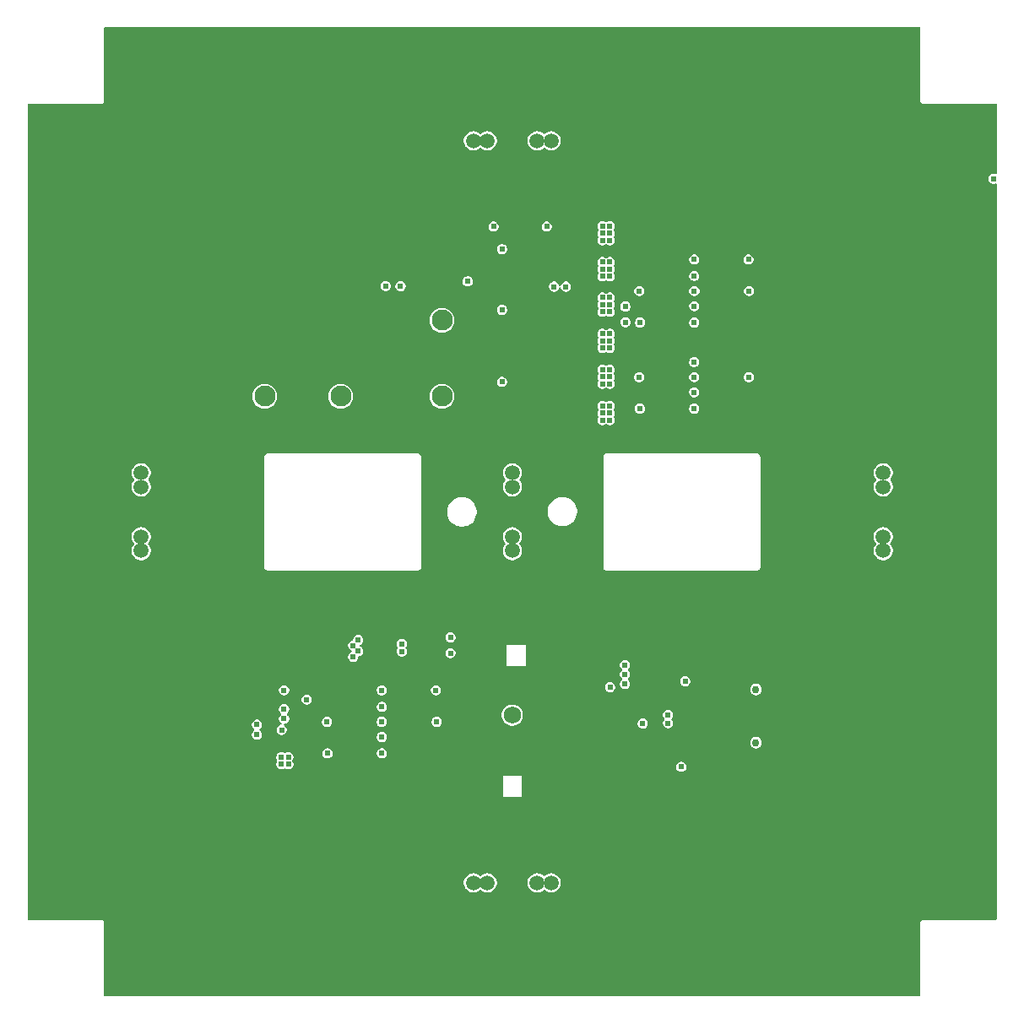
<source format=gbr>
%TF.GenerationSoftware,KiCad,Pcbnew,9.0.1*%
%TF.CreationDate,2025-06-25T17:22:12-04:00*%
%TF.ProjectId,-Z,2d5a2e6b-6963-4616-945f-706362585858,rev?*%
%TF.SameCoordinates,Original*%
%TF.FileFunction,Copper,L2,Inr*%
%TF.FilePolarity,Positive*%
%FSLAX46Y46*%
G04 Gerber Fmt 4.6, Leading zero omitted, Abs format (unit mm)*
G04 Created by KiCad (PCBNEW 9.0.1) date 2025-06-25 17:22:12*
%MOMM*%
%LPD*%
G01*
G04 APERTURE LIST*
%TA.AperFunction,ComponentPad*%
%ADD10C,0.762000*%
%TD*%
%TA.AperFunction,ComponentPad*%
%ADD11C,3.800000*%
%TD*%
%TA.AperFunction,ComponentPad*%
%ADD12C,1.500000*%
%TD*%
%TA.AperFunction,ComponentPad*%
%ADD13C,1.727200*%
%TD*%
%TA.AperFunction,ComponentPad*%
%ADD14C,2.100000*%
%TD*%
%TA.AperFunction,ViaPad*%
%ADD15C,0.609600*%
%TD*%
%TA.AperFunction,ViaPad*%
%ADD16C,0.762000*%
%TD*%
G04 APERTURE END LIST*
D10*
%TO.N,GND*%
%TO.C,H2*%
X144200001Y-145800000D03*
X143555751Y-147355750D03*
X143555751Y-144244250D03*
X142000001Y-148000000D03*
D11*
X142000001Y-145800000D03*
D10*
X142000001Y-143600000D03*
X140444251Y-147355750D03*
X140444251Y-144244250D03*
X139800001Y-145800000D03*
%TD*%
D12*
%TO.N,/Burn Wires/VBURN3*%
%TO.C,JP5*%
X164000001Y-96100000D03*
X164000001Y-97499999D03*
%TO.N,Net-(JP5-B)*%
X164000001Y-102499999D03*
X164000001Y-103899998D03*
%TD*%
D10*
%TO.N,GND*%
%TO.C,H8*%
X212000000Y-121999999D03*
X211355750Y-123555749D03*
X211355750Y-120444249D03*
X209800000Y-124199999D03*
D11*
X209800000Y-121999999D03*
D10*
X209800000Y-119799999D03*
X208244250Y-123555749D03*
X208244250Y-120444249D03*
X207600000Y-121999999D03*
%TD*%
%TO.N,GND*%
%TO.C,H5*%
X144200001Y-54200000D03*
X143555751Y-55755750D03*
X143555751Y-52644250D03*
X142000001Y-56400000D03*
D11*
X142000001Y-54200000D03*
D10*
X142000001Y-52000000D03*
X140444251Y-55755750D03*
X140444251Y-52644250D03*
X139800001Y-54200000D03*
%TD*%
%TO.N,GND*%
%TO.C,H7*%
X212000000Y-78000000D03*
X211355750Y-79555750D03*
X211355750Y-76444250D03*
X209800000Y-80200000D03*
D11*
X209800000Y-78000000D03*
D10*
X209800000Y-75800000D03*
X208244250Y-79555750D03*
X208244250Y-76444250D03*
X207600000Y-78000000D03*
%TD*%
D13*
%TO.N,/Interfaces/GPS*%
%TO.C,AE3*%
X164000000Y-120400000D03*
%TD*%
D12*
%TO.N,/Burn Wires/VBURN1*%
%TO.C,JP1*%
X167900000Y-62789000D03*
X166500001Y-62789000D03*
%TO.N,Net-(JP1-B)*%
X161500001Y-62789000D03*
X160100002Y-62789000D03*
%TD*%
D10*
%TO.N,GND*%
%TO.C,H4*%
X120400001Y-78000000D03*
X119755751Y-79555750D03*
X119755751Y-76444250D03*
X118200001Y-80200000D03*
D11*
X118200001Y-78000000D03*
D10*
X118200001Y-75800000D03*
X116644251Y-79555750D03*
X116644251Y-76444250D03*
X116000001Y-78000000D03*
%TD*%
%TO.N,GND*%
%TO.C,H3*%
X120400001Y-121999999D03*
X119755751Y-123555749D03*
X119755751Y-120444249D03*
X118200001Y-124199999D03*
D11*
X118200001Y-121999999D03*
D10*
X118200001Y-119799999D03*
X116644251Y-123555749D03*
X116644251Y-120444249D03*
X116000001Y-121999999D03*
%TD*%
D12*
%TO.N,Net-(JP3-B)*%
%TO.C,JP4*%
X126789000Y-103899999D03*
X126789000Y-102500000D03*
%TO.N,Net-(JP4-B)*%
X126789000Y-97500000D03*
X126789000Y-96100001D03*
%TD*%
D10*
%TO.N,GND*%
%TO.C,H1*%
X188200000Y-145800000D03*
X187555750Y-147355750D03*
X187555750Y-144244250D03*
X186000000Y-148000000D03*
D11*
X186000000Y-145800000D03*
D10*
X186000000Y-143600000D03*
X184444250Y-147355750D03*
X184444250Y-144244250D03*
X183800000Y-145800000D03*
%TD*%
%TO.N,GND*%
%TO.C,H6*%
X188200000Y-54200000D03*
X187555750Y-55755750D03*
X187555750Y-52644250D03*
X186000000Y-56400000D03*
D11*
X186000000Y-54200000D03*
D10*
X186000000Y-52000000D03*
X184444250Y-55755750D03*
X184444250Y-52644250D03*
X183800000Y-54200000D03*
%TD*%
D14*
%TO.N,/Burn Wires/VBURN_A_IN*%
%TO.C,U2*%
X146793600Y-88417600D03*
%TO.N,GND*%
X139173600Y-80797600D03*
%TO.N,VBATT*%
X139173600Y-88417600D03*
X156953600Y-88417600D03*
%TO.N,Net-(D1-A)*%
X156953600Y-80797600D03*
%TD*%
D12*
%TO.N,/Burn Wires/VBURN2*%
%TO.C,JP3*%
X201211001Y-97500000D03*
X201211001Y-96100001D03*
%TO.N,Net-(JP3-B)*%
X201211001Y-103899999D03*
X201211001Y-102500000D03*
%TD*%
%TO.N,Net-(JP1-B)*%
%TO.C,JP2*%
X161500001Y-137211000D03*
X160100002Y-137211000D03*
%TO.N,Net-(JP2-B)*%
X167900000Y-137211000D03*
X166500001Y-137211000D03*
%TD*%
D15*
%TO.N,GND*%
X161400000Y-128372600D03*
X165100000Y-110900000D03*
X162900000Y-113000000D03*
X163600000Y-111600000D03*
X162200000Y-125972600D03*
X162200000Y-129172600D03*
X165100000Y-115900000D03*
X165000001Y-125972600D03*
X185670201Y-121018798D03*
X165800000Y-125972600D03*
X165500000Y-121200000D03*
X162500000Y-119600000D03*
X163000001Y-121968599D03*
X166600000Y-126772600D03*
X166600000Y-128372600D03*
X164400000Y-115900000D03*
X163000001Y-125171799D03*
X152888399Y-123395400D03*
X163000001Y-125972600D03*
X165000001Y-122769399D03*
X162900000Y-110900000D03*
X164000000Y-118600000D03*
X162925001Y-113756200D03*
X184243801Y-80213400D03*
X165100000Y-111600000D03*
X163000000Y-118900000D03*
X165000001Y-124370999D03*
X165000000Y-118900000D03*
X162900000Y-111600000D03*
X164000000Y-129172600D03*
X161400000Y-125972600D03*
X163600000Y-110900000D03*
X165875001Y-114391200D03*
X165875001Y-115026200D03*
X163000001Y-122769399D03*
X148920200Y-118719600D03*
X165800000Y-112300000D03*
X165800000Y-111600000D03*
X162925001Y-114391200D03*
X165000001Y-121968599D03*
X162200000Y-120400000D03*
X163000001Y-123570199D03*
X166600000Y-127572600D03*
X162925001Y-115026200D03*
X165000001Y-125171799D03*
X161400000Y-127572600D03*
X162900000Y-115900000D03*
X163000000Y-129172600D03*
X162500000Y-121200000D03*
X162900000Y-110200000D03*
X166600000Y-125972600D03*
X165500000Y-119600000D03*
X165000000Y-129172600D03*
X179265400Y-84379000D03*
X165800000Y-120400000D03*
X165000001Y-123570199D03*
X182165000Y-120497799D03*
X163000001Y-124370999D03*
X161400000Y-129172600D03*
X161400000Y-126772600D03*
X165875001Y-113756200D03*
X165900000Y-115900000D03*
X162900000Y-112300000D03*
X163703000Y-115900000D03*
X165800000Y-113000000D03*
X184228800Y-88820999D03*
X165800000Y-129172600D03*
X180281401Y-75514399D03*
X166600000Y-129172600D03*
%TO.N,BURN_RELAY_A*%
X148556800Y-112852399D03*
X152798600Y-77380800D03*
%TO.N,SDA*%
X182237201Y-89661200D03*
X182252200Y-74699600D03*
X141114601Y-119796799D03*
X150917600Y-124230600D03*
%TO.N,SCL*%
X150917599Y-117907000D03*
X182252201Y-81023200D03*
X141114601Y-117896800D03*
%TO.N,/Burn Wires/VBURN1*%
X173042401Y-74955600D03*
X173779001Y-74955600D03*
X173779000Y-76378000D03*
X173779001Y-75666799D03*
X173042400Y-76378000D03*
X173042401Y-75666799D03*
%TO.N,/Burn Wires/VBURN2*%
X173042400Y-83566200D03*
X173779001Y-82143800D03*
X173779000Y-83566200D03*
X173042401Y-82143800D03*
X173779001Y-82854999D03*
X173042401Y-82854999D03*
%TO.N,/Burn Wires/VBURN3*%
X173042400Y-90805200D03*
X173042401Y-89382800D03*
X173779000Y-89382799D03*
X173779001Y-90093999D03*
X173779000Y-90805200D03*
X173042401Y-90093999D03*
%TO.N,SCL_M*%
X182237200Y-84987599D03*
X179625001Y-120370803D03*
%TO.N,SDA_M*%
X182237200Y-88011199D03*
X179625001Y-121209000D03*
%TO.N,SCL_IO*%
X150926600Y-119565999D03*
X152925600Y-113258796D03*
%TO.N,BURN_EN1*%
X162984001Y-73660200D03*
X148048800Y-114554200D03*
%TO.N,BURN_EN2*%
X162984001Y-79743000D03*
X148559567Y-113977544D03*
%TO.N,SDA_IO*%
X152925600Y-114020800D03*
X150917599Y-122580599D03*
%TO.N,BURN_EN3*%
X148044222Y-113416236D03*
X162984001Y-86982000D03*
%TO.N,/Light Sensor/LS_3V3*%
X182262601Y-77861400D03*
X187687802Y-74699600D03*
X187750800Y-77861400D03*
X176753600Y-77861399D03*
X159529601Y-76885999D03*
X176816600Y-81023200D03*
X175353801Y-80985701D03*
%TO.N,COIL_DRIVER_EN*%
X141114601Y-120751799D03*
X173812200Y-117589800D03*
%TO.N,/GPIO Expander/GE_3V3*%
X145418999Y-121068800D03*
X157802401Y-114173301D03*
X156416200Y-121068800D03*
X156353200Y-117907000D03*
X150907199Y-121068799D03*
X145482000Y-124230600D03*
%TO.N,/Burn Wires/VBURN_A_IN*%
X151300001Y-77355399D03*
X173779001Y-71348799D03*
X173779000Y-78511599D03*
X173779000Y-87173000D03*
X173779000Y-72771199D03*
X173779001Y-79222800D03*
X173779000Y-79934000D03*
X173042401Y-71348799D03*
X173779001Y-86461800D03*
X173042401Y-86461800D03*
X173042400Y-72060000D03*
X173042401Y-87172999D03*
X173042401Y-79933999D03*
X173779000Y-72060000D03*
X173042400Y-78511599D03*
X173042401Y-72771200D03*
X173779000Y-85750600D03*
X173042400Y-85750600D03*
X173042401Y-79222800D03*
%TO.N,3V3_P*%
X175353801Y-79410698D03*
X138398801Y-122359991D03*
X180945800Y-125590000D03*
X138398801Y-121359989D03*
X177085200Y-121234401D03*
X181340000Y-116992600D03*
X176738601Y-86499399D03*
X140873001Y-121869400D03*
X157802401Y-112598298D03*
X187735801Y-86499399D03*
X143389601Y-118846800D03*
X176801600Y-89661200D03*
X182247600Y-86499399D03*
%TO.N,VBATT_M*%
X175308401Y-116306800D03*
X175308400Y-115375902D03*
X140835201Y-124612600D03*
X175308401Y-117246600D03*
X141546400Y-125323799D03*
X141546400Y-124612600D03*
X140835201Y-125323799D03*
%TO.N,/Light Sensor/I2C Protection/DEVICE*%
X182252201Y-76349600D03*
X169384801Y-77419400D03*
%TO.N,/Light Sensor/I2C Protection1/DEVICE*%
X182252201Y-79373200D03*
X168191001Y-77419400D03*
%TO.N,/Light Sensor/ADDR*%
X162118879Y-71401124D03*
X167454400Y-71399599D03*
D16*
%TO.N,/Coil Driver/coil*%
X188438800Y-123164801D03*
X188438801Y-117830802D03*
D15*
X212285401Y-66599000D03*
%TD*%
%TA.AperFunction,Conductor*%
%TO.N,GND*%
G36*
X204882111Y-51395632D02*
G01*
X204918656Y-51445932D01*
X204923580Y-51477019D01*
X204923580Y-58749558D01*
X204949233Y-58845294D01*
X204998787Y-58931123D01*
X204998789Y-58931126D01*
X205068873Y-59001210D01*
X205068875Y-59001211D01*
X205154704Y-59050765D01*
X205154706Y-59050765D01*
X205154707Y-59050766D01*
X205250443Y-59076419D01*
X212522981Y-59076419D01*
X212582112Y-59095632D01*
X212618657Y-59145932D01*
X212623581Y-59177019D01*
X212623581Y-66033373D01*
X212604368Y-66092504D01*
X212554068Y-66129049D01*
X212491894Y-66129049D01*
X212484488Y-66126317D01*
X212481678Y-66125153D01*
X212352351Y-66090500D01*
X212352346Y-66090500D01*
X212218456Y-66090500D01*
X212218450Y-66090500D01*
X212089130Y-66125151D01*
X212089129Y-66125151D01*
X211973174Y-66192099D01*
X211878500Y-66286773D01*
X211811552Y-66402728D01*
X211811552Y-66402729D01*
X211776901Y-66532049D01*
X211776901Y-66665950D01*
X211811552Y-66795270D01*
X211811552Y-66795271D01*
X211811554Y-66795274D01*
X211878500Y-66911226D01*
X211973175Y-67005901D01*
X212086172Y-67071141D01*
X212089129Y-67072848D01*
X212218450Y-67107499D01*
X212218454Y-67107499D01*
X212218456Y-67107500D01*
X212218458Y-67107500D01*
X212352344Y-67107500D01*
X212352346Y-67107500D01*
X212352348Y-67107499D01*
X212352351Y-67107499D01*
X212481675Y-67072847D01*
X212484479Y-67071686D01*
X212486647Y-67071515D01*
X212488044Y-67071141D01*
X212488113Y-67071399D01*
X212546461Y-67066804D01*
X212599475Y-67099288D01*
X212623271Y-67156728D01*
X212623581Y-67164626D01*
X212623581Y-140822980D01*
X212604368Y-140882111D01*
X212554068Y-140918656D01*
X212522981Y-140923580D01*
X205250441Y-140923580D01*
X205154705Y-140949233D01*
X205068876Y-140998787D01*
X205068875Y-140998788D01*
X205068874Y-140998789D01*
X204998790Y-141068873D01*
X204998789Y-141068874D01*
X204998788Y-141068875D01*
X204949234Y-141154704D01*
X204923581Y-141250440D01*
X204923580Y-141250443D01*
X204923580Y-148522980D01*
X204904367Y-148582111D01*
X204854067Y-148618656D01*
X204822980Y-148623580D01*
X123177021Y-148623580D01*
X123117890Y-148604367D01*
X123081345Y-148554067D01*
X123076421Y-148522980D01*
X123076420Y-141250443D01*
X123076419Y-141250440D01*
X123050766Y-141154704D01*
X123001212Y-141068875D01*
X123001211Y-141068873D01*
X122931127Y-140998789D01*
X122931124Y-140998787D01*
X122845295Y-140949233D01*
X122749559Y-140923580D01*
X122749557Y-140923580D01*
X115477020Y-140923580D01*
X115417889Y-140904367D01*
X115381344Y-140854067D01*
X115376420Y-140822980D01*
X115376420Y-137117069D01*
X159146302Y-137117069D01*
X159146302Y-137304930D01*
X159182952Y-137489186D01*
X159254842Y-137662743D01*
X159254846Y-137662751D01*
X159296819Y-137725567D01*
X159359214Y-137818949D01*
X159492053Y-137951788D01*
X159595246Y-138020739D01*
X159648250Y-138056155D01*
X159648252Y-138056156D01*
X159648255Y-138056158D01*
X159735036Y-138092104D01*
X159821815Y-138128049D01*
X159821816Y-138128049D01*
X159821818Y-138128050D01*
X160006071Y-138164700D01*
X160006072Y-138164700D01*
X160193932Y-138164700D01*
X160193933Y-138164700D01*
X160378186Y-138128050D01*
X160551749Y-138056158D01*
X160707951Y-137951788D01*
X160728865Y-137930874D01*
X160784262Y-137902646D01*
X160845671Y-137912371D01*
X160871136Y-137930872D01*
X160892052Y-137951788D01*
X160995245Y-138020739D01*
X161048249Y-138056155D01*
X161048251Y-138056156D01*
X161048254Y-138056158D01*
X161135035Y-138092104D01*
X161221814Y-138128049D01*
X161221815Y-138128049D01*
X161221817Y-138128050D01*
X161406070Y-138164700D01*
X161406071Y-138164700D01*
X161593931Y-138164700D01*
X161593932Y-138164700D01*
X161778185Y-138128050D01*
X161951748Y-138056158D01*
X162107950Y-137951788D01*
X162240789Y-137818949D01*
X162345159Y-137662747D01*
X162417051Y-137489184D01*
X162453701Y-137304931D01*
X162453701Y-137117069D01*
X165546301Y-137117069D01*
X165546301Y-137304930D01*
X165582951Y-137489186D01*
X165654841Y-137662743D01*
X165654845Y-137662751D01*
X165696818Y-137725567D01*
X165759213Y-137818949D01*
X165892052Y-137951788D01*
X165995245Y-138020739D01*
X166048249Y-138056155D01*
X166048251Y-138056156D01*
X166048254Y-138056158D01*
X166135035Y-138092104D01*
X166221814Y-138128049D01*
X166221815Y-138128049D01*
X166221817Y-138128050D01*
X166406070Y-138164700D01*
X166406071Y-138164700D01*
X166593931Y-138164700D01*
X166593932Y-138164700D01*
X166778185Y-138128050D01*
X166951748Y-138056158D01*
X167107950Y-137951788D01*
X167128864Y-137930874D01*
X167184261Y-137902646D01*
X167245670Y-137912371D01*
X167271135Y-137930872D01*
X167292051Y-137951788D01*
X167395244Y-138020739D01*
X167448248Y-138056155D01*
X167448250Y-138056156D01*
X167448253Y-138056158D01*
X167535034Y-138092104D01*
X167621813Y-138128049D01*
X167621814Y-138128049D01*
X167621816Y-138128050D01*
X167806069Y-138164700D01*
X167806070Y-138164700D01*
X167993930Y-138164700D01*
X167993931Y-138164700D01*
X168178184Y-138128050D01*
X168351747Y-138056158D01*
X168507949Y-137951788D01*
X168640788Y-137818949D01*
X168745158Y-137662747D01*
X168817050Y-137489184D01*
X168853700Y-137304931D01*
X168853700Y-137117069D01*
X168817050Y-136932816D01*
X168745158Y-136759253D01*
X168640788Y-136603051D01*
X168507949Y-136470212D01*
X168456352Y-136435736D01*
X168351751Y-136365844D01*
X168351743Y-136365840D01*
X168178186Y-136293950D01*
X168055348Y-136269516D01*
X167993931Y-136257300D01*
X167806069Y-136257300D01*
X167760005Y-136266462D01*
X167621813Y-136293950D01*
X167448256Y-136365840D01*
X167448248Y-136365844D01*
X167292050Y-136470213D01*
X167292042Y-136470218D01*
X167271133Y-136491128D01*
X167215735Y-136519354D01*
X167154327Y-136509626D01*
X167128865Y-136491127D01*
X167107951Y-136470213D01*
X166951752Y-136365844D01*
X166951744Y-136365840D01*
X166778187Y-136293950D01*
X166655349Y-136269516D01*
X166593932Y-136257300D01*
X166406070Y-136257300D01*
X166360006Y-136266462D01*
X166221814Y-136293950D01*
X166048257Y-136365840D01*
X166048249Y-136365844D01*
X165923037Y-136449508D01*
X165892052Y-136470212D01*
X165892051Y-136470213D01*
X165892050Y-136470213D01*
X165759214Y-136603049D01*
X165759214Y-136603050D01*
X165654845Y-136759248D01*
X165654841Y-136759256D01*
X165582951Y-136932813D01*
X165546301Y-137117069D01*
X162453701Y-137117069D01*
X162417051Y-136932816D01*
X162345159Y-136759253D01*
X162240789Y-136603051D01*
X162107950Y-136470212D01*
X162056353Y-136435736D01*
X161951752Y-136365844D01*
X161951744Y-136365840D01*
X161778187Y-136293950D01*
X161655349Y-136269516D01*
X161593932Y-136257300D01*
X161406070Y-136257300D01*
X161360006Y-136266462D01*
X161221814Y-136293950D01*
X161048257Y-136365840D01*
X161048249Y-136365844D01*
X160892051Y-136470213D01*
X160892043Y-136470218D01*
X160871134Y-136491128D01*
X160815736Y-136519354D01*
X160754328Y-136509626D01*
X160728866Y-136491127D01*
X160707952Y-136470213D01*
X160551753Y-136365844D01*
X160551745Y-136365840D01*
X160378188Y-136293950D01*
X160255350Y-136269516D01*
X160193933Y-136257300D01*
X160006071Y-136257300D01*
X159960007Y-136266462D01*
X159821815Y-136293950D01*
X159648258Y-136365840D01*
X159648250Y-136365844D01*
X159523038Y-136449508D01*
X159492053Y-136470212D01*
X159492052Y-136470213D01*
X159492051Y-136470213D01*
X159359215Y-136603049D01*
X159359215Y-136603050D01*
X159254846Y-136759248D01*
X159254842Y-136759256D01*
X159182952Y-136932813D01*
X159146302Y-137117069D01*
X115376420Y-137117069D01*
X115376420Y-128597599D01*
X163050001Y-128597599D01*
X164950001Y-128597599D01*
X164950001Y-126507599D01*
X163050001Y-126507599D01*
X163050001Y-128597599D01*
X115376420Y-128597599D01*
X115376420Y-124545649D01*
X140326701Y-124545649D01*
X140326701Y-124679550D01*
X140361352Y-124808870D01*
X140361354Y-124808875D01*
X140424300Y-124917899D01*
X140437227Y-124978714D01*
X140424300Y-125018499D01*
X140361354Y-125127523D01*
X140361352Y-125127528D01*
X140326701Y-125256848D01*
X140326701Y-125390749D01*
X140361352Y-125520069D01*
X140361352Y-125520070D01*
X140363076Y-125523056D01*
X140428300Y-125636025D01*
X140522975Y-125730700D01*
X140638927Y-125797646D01*
X140638929Y-125797647D01*
X140768250Y-125832298D01*
X140768254Y-125832298D01*
X140768256Y-125832299D01*
X140768258Y-125832299D01*
X140902144Y-125832299D01*
X140902146Y-125832299D01*
X140902148Y-125832298D01*
X140902151Y-125832298D01*
X141031471Y-125797647D01*
X141031472Y-125797647D01*
X141031472Y-125797646D01*
X141031475Y-125797646D01*
X141140501Y-125734698D01*
X141201314Y-125721772D01*
X141241099Y-125734698D01*
X141350126Y-125797646D01*
X141350128Y-125797647D01*
X141479449Y-125832298D01*
X141479453Y-125832298D01*
X141479455Y-125832299D01*
X141479457Y-125832299D01*
X141613343Y-125832299D01*
X141613345Y-125832299D01*
X141613347Y-125832298D01*
X141613350Y-125832298D01*
X141742670Y-125797647D01*
X141742671Y-125797647D01*
X141742671Y-125797646D01*
X141742674Y-125797646D01*
X141858626Y-125730700D01*
X141953301Y-125636025D01*
X142018529Y-125523049D01*
X180437300Y-125523049D01*
X180437300Y-125656950D01*
X180471951Y-125786270D01*
X180471951Y-125786271D01*
X180478519Y-125797647D01*
X180538899Y-125902226D01*
X180633574Y-125996901D01*
X180749526Y-126063847D01*
X180749528Y-126063848D01*
X180878849Y-126098499D01*
X180878853Y-126098499D01*
X180878855Y-126098500D01*
X180878857Y-126098500D01*
X181012743Y-126098500D01*
X181012745Y-126098500D01*
X181012747Y-126098499D01*
X181012750Y-126098499D01*
X181142070Y-126063848D01*
X181142071Y-126063848D01*
X181142071Y-126063847D01*
X181142074Y-126063847D01*
X181258026Y-125996901D01*
X181352701Y-125902226D01*
X181419647Y-125786274D01*
X181454300Y-125656945D01*
X181454300Y-125523055D01*
X181454299Y-125523053D01*
X181454299Y-125523049D01*
X181419648Y-125393729D01*
X181419648Y-125393728D01*
X181352700Y-125277773D01*
X181258026Y-125183099D01*
X181142071Y-125116151D01*
X181012750Y-125081500D01*
X181012745Y-125081500D01*
X180878855Y-125081500D01*
X180878849Y-125081500D01*
X180749529Y-125116151D01*
X180749528Y-125116151D01*
X180633573Y-125183099D01*
X180538899Y-125277773D01*
X180471951Y-125393728D01*
X180471951Y-125393729D01*
X180437300Y-125523049D01*
X142018529Y-125523049D01*
X142020247Y-125520073D01*
X142020975Y-125517354D01*
X142028192Y-125490424D01*
X142054899Y-125390749D01*
X142054900Y-125390742D01*
X142054900Y-125256855D01*
X142054899Y-125256848D01*
X142020248Y-125127528D01*
X142020248Y-125127527D01*
X141957300Y-125018500D01*
X141944373Y-124957684D01*
X141957300Y-124917899D01*
X142020247Y-124808874D01*
X142038943Y-124739099D01*
X142054899Y-124679550D01*
X142054900Y-124679543D01*
X142054900Y-124545656D01*
X142054899Y-124545649D01*
X142020248Y-124416329D01*
X142020248Y-124416328D01*
X141953300Y-124300373D01*
X141858626Y-124205699D01*
X141785795Y-124163649D01*
X144973500Y-124163649D01*
X144973500Y-124297550D01*
X145008151Y-124426870D01*
X145008151Y-124426871D01*
X145008153Y-124426874D01*
X145075099Y-124542826D01*
X145169774Y-124637501D01*
X145242604Y-124679550D01*
X145285728Y-124704448D01*
X145415049Y-124739099D01*
X145415053Y-124739099D01*
X145415055Y-124739100D01*
X145415057Y-124739100D01*
X145548943Y-124739100D01*
X145548945Y-124739100D01*
X145548947Y-124739099D01*
X145548950Y-124739099D01*
X145678270Y-124704448D01*
X145678271Y-124704448D01*
X145678271Y-124704447D01*
X145678274Y-124704447D01*
X145794226Y-124637501D01*
X145888901Y-124542826D01*
X145955847Y-124426874D01*
X145989742Y-124300374D01*
X145990499Y-124297550D01*
X145990500Y-124297543D01*
X145990500Y-124163656D01*
X145990499Y-124163649D01*
X150409100Y-124163649D01*
X150409100Y-124297550D01*
X150443751Y-124426870D01*
X150443751Y-124426871D01*
X150443753Y-124426874D01*
X150510699Y-124542826D01*
X150605374Y-124637501D01*
X150678204Y-124679550D01*
X150721328Y-124704448D01*
X150850649Y-124739099D01*
X150850653Y-124739099D01*
X150850655Y-124739100D01*
X150850657Y-124739100D01*
X150984543Y-124739100D01*
X150984545Y-124739100D01*
X150984547Y-124739099D01*
X150984550Y-124739099D01*
X151113870Y-124704448D01*
X151113871Y-124704448D01*
X151113871Y-124704447D01*
X151113874Y-124704447D01*
X151229826Y-124637501D01*
X151324501Y-124542826D01*
X151391447Y-124426874D01*
X151425342Y-124300374D01*
X151426099Y-124297550D01*
X151426100Y-124297543D01*
X151426100Y-124163656D01*
X151426099Y-124163649D01*
X151391448Y-124034329D01*
X151391448Y-124034328D01*
X151324500Y-123918373D01*
X151229826Y-123823699D01*
X151113871Y-123756751D01*
X150984550Y-123722100D01*
X150984545Y-123722100D01*
X150850655Y-123722100D01*
X150850649Y-123722100D01*
X150721329Y-123756751D01*
X150721328Y-123756751D01*
X150605373Y-123823699D01*
X150510699Y-123918373D01*
X150443751Y-124034328D01*
X150443751Y-124034329D01*
X150409100Y-124163649D01*
X145990499Y-124163649D01*
X145955848Y-124034329D01*
X145955848Y-124034328D01*
X145888900Y-123918373D01*
X145794226Y-123823699D01*
X145678271Y-123756751D01*
X145548950Y-123722100D01*
X145548945Y-123722100D01*
X145415055Y-123722100D01*
X145415049Y-123722100D01*
X145285729Y-123756751D01*
X145285728Y-123756751D01*
X145169773Y-123823699D01*
X145075099Y-123918373D01*
X145008151Y-124034328D01*
X145008151Y-124034329D01*
X144973500Y-124163649D01*
X141785795Y-124163649D01*
X141742671Y-124138751D01*
X141613350Y-124104100D01*
X141613345Y-124104100D01*
X141479455Y-124104100D01*
X141479449Y-124104100D01*
X141350129Y-124138751D01*
X141350124Y-124138753D01*
X141241100Y-124201699D01*
X141180285Y-124214626D01*
X141140500Y-124201699D01*
X141031476Y-124138753D01*
X141031471Y-124138751D01*
X140902151Y-124104100D01*
X140902146Y-124104100D01*
X140768256Y-124104100D01*
X140768250Y-124104100D01*
X140638930Y-124138751D01*
X140638929Y-124138751D01*
X140522974Y-124205699D01*
X140428300Y-124300373D01*
X140361352Y-124416328D01*
X140361352Y-124416329D01*
X140326701Y-124545649D01*
X115376420Y-124545649D01*
X115376420Y-121293038D01*
X137890301Y-121293038D01*
X137890301Y-121426939D01*
X137924952Y-121556259D01*
X137924952Y-121556260D01*
X137991900Y-121672215D01*
X138086576Y-121766891D01*
X138096930Y-121772869D01*
X138138532Y-121819074D01*
X138145029Y-121880908D01*
X138113941Y-121934752D01*
X138096930Y-121947111D01*
X138086576Y-121953088D01*
X138086575Y-121953090D01*
X137991900Y-122047764D01*
X137924952Y-122163719D01*
X137924952Y-122163720D01*
X137890301Y-122293040D01*
X137890301Y-122426941D01*
X137924952Y-122556261D01*
X137924952Y-122556262D01*
X137977654Y-122647542D01*
X137991900Y-122672217D01*
X138086575Y-122766892D01*
X138153942Y-122805787D01*
X138202529Y-122833839D01*
X138331850Y-122868490D01*
X138331854Y-122868490D01*
X138331856Y-122868491D01*
X138331858Y-122868491D01*
X138465744Y-122868491D01*
X138465746Y-122868491D01*
X138465748Y-122868490D01*
X138465751Y-122868490D01*
X138595071Y-122833839D01*
X138595072Y-122833839D01*
X138595072Y-122833838D01*
X138595075Y-122833838D01*
X138711027Y-122766892D01*
X138805702Y-122672217D01*
X138872648Y-122556265D01*
X138884065Y-122513655D01*
X138884067Y-122513648D01*
X150409099Y-122513648D01*
X150409099Y-122647549D01*
X150443750Y-122776869D01*
X150443750Y-122776870D01*
X150510698Y-122892825D01*
X150605373Y-122987500D01*
X150721325Y-123054446D01*
X150721327Y-123054447D01*
X150850648Y-123089098D01*
X150850652Y-123089098D01*
X150850654Y-123089099D01*
X150850656Y-123089099D01*
X150984542Y-123089099D01*
X150984544Y-123089099D01*
X150984546Y-123089098D01*
X150984549Y-123089098D01*
X150989315Y-123087821D01*
X187854100Y-123087821D01*
X187854100Y-123241780D01*
X187893948Y-123390490D01*
X187970924Y-123523815D01*
X188079785Y-123632676D01*
X188079784Y-123632676D01*
X188213110Y-123709652D01*
X188213111Y-123709652D01*
X188213114Y-123709654D01*
X188361823Y-123749501D01*
X188361825Y-123749501D01*
X188515775Y-123749501D01*
X188515777Y-123749501D01*
X188664486Y-123709654D01*
X188797814Y-123632677D01*
X188906676Y-123523815D01*
X188983653Y-123390487D01*
X189023500Y-123241778D01*
X189023500Y-123087824D01*
X188983653Y-122939115D01*
X188906676Y-122805787D01*
X188797814Y-122696925D01*
X188797815Y-122696925D01*
X188664489Y-122619949D01*
X188664486Y-122619948D01*
X188624644Y-122609272D01*
X188515779Y-122580101D01*
X188515777Y-122580101D01*
X188361823Y-122580101D01*
X188361820Y-122580101D01*
X188213110Y-122619949D01*
X188079785Y-122696925D01*
X187970924Y-122805786D01*
X187893948Y-122939111D01*
X187854100Y-123087821D01*
X150989315Y-123087821D01*
X151113869Y-123054447D01*
X151113870Y-123054447D01*
X151113870Y-123054446D01*
X151113873Y-123054446D01*
X151229825Y-122987500D01*
X151324500Y-122892825D01*
X151391446Y-122776873D01*
X151426099Y-122647544D01*
X151426099Y-122513654D01*
X151426098Y-122513652D01*
X151426098Y-122513648D01*
X151391447Y-122384328D01*
X151391447Y-122384327D01*
X151367729Y-122343247D01*
X151324500Y-122268373D01*
X151229825Y-122173698D01*
X151113873Y-122106752D01*
X151113870Y-122106750D01*
X150984549Y-122072099D01*
X150984544Y-122072099D01*
X150850654Y-122072099D01*
X150850648Y-122072099D01*
X150721328Y-122106750D01*
X150721327Y-122106750D01*
X150605372Y-122173698D01*
X150510698Y-122268372D01*
X150443750Y-122384327D01*
X150443750Y-122384328D01*
X150409099Y-122513648D01*
X138884067Y-122513648D01*
X138892809Y-122481023D01*
X138907300Y-122426941D01*
X138907301Y-122426934D01*
X138907301Y-122293047D01*
X138907300Y-122293040D01*
X138872649Y-122163720D01*
X138872649Y-122163719D01*
X138872648Y-122163717D01*
X138805702Y-122047765D01*
X138711027Y-121953090D01*
X138711022Y-121953086D01*
X138700674Y-121947112D01*
X138659071Y-121900908D01*
X138652571Y-121839075D01*
X138673717Y-121802449D01*
X140364501Y-121802449D01*
X140364501Y-121936350D01*
X140399152Y-122065670D01*
X140399152Y-122065671D01*
X140422871Y-122106752D01*
X140466100Y-122181626D01*
X140560775Y-122276301D01*
X140676727Y-122343247D01*
X140676729Y-122343248D01*
X140806050Y-122377899D01*
X140806054Y-122377899D01*
X140806056Y-122377900D01*
X140806058Y-122377900D01*
X140939944Y-122377900D01*
X140939946Y-122377900D01*
X140939948Y-122377899D01*
X140939951Y-122377899D01*
X141069271Y-122343248D01*
X141069272Y-122343248D01*
X141069272Y-122343247D01*
X141069275Y-122343247D01*
X141185227Y-122276301D01*
X141279902Y-122181626D01*
X141346848Y-122065674D01*
X141352893Y-122043112D01*
X141381500Y-121936350D01*
X141381501Y-121936343D01*
X141381501Y-121802456D01*
X141381500Y-121802449D01*
X141346849Y-121673129D01*
X141346849Y-121673128D01*
X141328474Y-121641302D01*
X141279902Y-121557174D01*
X141185227Y-121462499D01*
X141185225Y-121462497D01*
X141155185Y-121445153D01*
X141113583Y-121398947D01*
X141107086Y-121337114D01*
X141138174Y-121283270D01*
X141179451Y-121260860D01*
X141181545Y-121260299D01*
X141181546Y-121260299D01*
X141310871Y-121225647D01*
X141310872Y-121225647D01*
X141310872Y-121225646D01*
X141310875Y-121225646D01*
X141426827Y-121158700D01*
X141521502Y-121064025D01*
X141557400Y-121001849D01*
X144910499Y-121001849D01*
X144910499Y-121135750D01*
X144945150Y-121265070D01*
X144945150Y-121265071D01*
X144956127Y-121284083D01*
X145012098Y-121381026D01*
X145106773Y-121475701D01*
X145222725Y-121542647D01*
X145222727Y-121542648D01*
X145352048Y-121577299D01*
X145352052Y-121577299D01*
X145352054Y-121577300D01*
X145352056Y-121577300D01*
X145485942Y-121577300D01*
X145485944Y-121577300D01*
X145485946Y-121577299D01*
X145485949Y-121577299D01*
X145615269Y-121542648D01*
X145615270Y-121542648D01*
X145615270Y-121542647D01*
X145615273Y-121542647D01*
X145731225Y-121475701D01*
X145825900Y-121381026D01*
X145892846Y-121265074D01*
X145903411Y-121225646D01*
X145927498Y-121135750D01*
X145927499Y-121135743D01*
X145927499Y-121001853D01*
X145927498Y-121001848D01*
X150398699Y-121001848D01*
X150398699Y-121135749D01*
X150433350Y-121265069D01*
X150433350Y-121265070D01*
X150479977Y-121345829D01*
X150500298Y-121381025D01*
X150594973Y-121475700D01*
X150594975Y-121475701D01*
X150710927Y-121542647D01*
X150840248Y-121577298D01*
X150840252Y-121577298D01*
X150840254Y-121577299D01*
X150840256Y-121577299D01*
X150974142Y-121577299D01*
X150974144Y-121577299D01*
X150974146Y-121577298D01*
X150974149Y-121577298D01*
X151088615Y-121546627D01*
X151103469Y-121542647D01*
X151103470Y-121542647D01*
X151103470Y-121542646D01*
X151103473Y-121542646D01*
X151219425Y-121475700D01*
X151314100Y-121381025D01*
X151381046Y-121265073D01*
X151408204Y-121163717D01*
X151415698Y-121135749D01*
X151415699Y-121135742D01*
X151415699Y-121001855D01*
X151415698Y-121001849D01*
X155907700Y-121001849D01*
X155907700Y-121135750D01*
X155942351Y-121265070D01*
X155942351Y-121265071D01*
X155953328Y-121284083D01*
X156009299Y-121381026D01*
X156103974Y-121475701D01*
X156219926Y-121542647D01*
X156219928Y-121542648D01*
X156349249Y-121577299D01*
X156349253Y-121577299D01*
X156349255Y-121577300D01*
X156349257Y-121577300D01*
X156483143Y-121577300D01*
X156483145Y-121577300D01*
X156483147Y-121577299D01*
X156483150Y-121577299D01*
X156612470Y-121542648D01*
X156612471Y-121542648D01*
X156612471Y-121542647D01*
X156612474Y-121542647D01*
X156728426Y-121475701D01*
X156823101Y-121381026D01*
X156890047Y-121265074D01*
X156900612Y-121225646D01*
X156924699Y-121135750D01*
X156924700Y-121135743D01*
X156924700Y-121001856D01*
X156924699Y-121001849D01*
X156890048Y-120872529D01*
X156890048Y-120872528D01*
X156883413Y-120861036D01*
X156823101Y-120756574D01*
X156728426Y-120661899D01*
X156612474Y-120594953D01*
X156612471Y-120594951D01*
X156483150Y-120560300D01*
X156483145Y-120560300D01*
X156349255Y-120560300D01*
X156349249Y-120560300D01*
X156219929Y-120594951D01*
X156219928Y-120594951D01*
X156103973Y-120661899D01*
X156009299Y-120756573D01*
X155942351Y-120872528D01*
X155942351Y-120872529D01*
X155907700Y-121001849D01*
X151415698Y-121001849D01*
X151415698Y-121001848D01*
X151381047Y-120872528D01*
X151381047Y-120872527D01*
X151374412Y-120861035D01*
X151314100Y-120756573D01*
X151219425Y-120661898D01*
X151103473Y-120594952D01*
X151103470Y-120594950D01*
X150974149Y-120560299D01*
X150974144Y-120560299D01*
X150840254Y-120560299D01*
X150840248Y-120560299D01*
X150710928Y-120594950D01*
X150710927Y-120594950D01*
X150594972Y-120661898D01*
X150500298Y-120756572D01*
X150433350Y-120872527D01*
X150433350Y-120872528D01*
X150398699Y-121001848D01*
X145927498Y-121001848D01*
X145892847Y-120872529D01*
X145892847Y-120872528D01*
X145886212Y-120861036D01*
X145825900Y-120756574D01*
X145731225Y-120661899D01*
X145615273Y-120594953D01*
X145615270Y-120594951D01*
X145485949Y-120560300D01*
X145485944Y-120560300D01*
X145352054Y-120560300D01*
X145352048Y-120560300D01*
X145222728Y-120594951D01*
X145222727Y-120594951D01*
X145106772Y-120661899D01*
X145012098Y-120756573D01*
X144945150Y-120872528D01*
X144945150Y-120872529D01*
X144910499Y-121001849D01*
X141557400Y-121001849D01*
X141588448Y-120948073D01*
X141595387Y-120922175D01*
X141623100Y-120818749D01*
X141623101Y-120818742D01*
X141623101Y-120684855D01*
X141623100Y-120684848D01*
X141588449Y-120555528D01*
X141588449Y-120555527D01*
X141559346Y-120505120D01*
X141521502Y-120439573D01*
X141427363Y-120345434D01*
X141401605Y-120294880D01*
X162932700Y-120294880D01*
X162932700Y-120505120D01*
X162945024Y-120567077D01*
X162973716Y-120711322D01*
X163054169Y-120905552D01*
X163054173Y-120905560D01*
X163170972Y-121080362D01*
X163319637Y-121229027D01*
X163494439Y-121345826D01*
X163494441Y-121345827D01*
X163494444Y-121345829D01*
X163529472Y-121360338D01*
X163688677Y-121426283D01*
X163688678Y-121426283D01*
X163688680Y-121426284D01*
X163894880Y-121467300D01*
X163894881Y-121467300D01*
X164105119Y-121467300D01*
X164105120Y-121467300D01*
X164311320Y-121426284D01*
X164505556Y-121345829D01*
X164680364Y-121229026D01*
X164741940Y-121167450D01*
X176576700Y-121167450D01*
X176576700Y-121301351D01*
X176611351Y-121430671D01*
X176611351Y-121430672D01*
X176637349Y-121475701D01*
X176678299Y-121546627D01*
X176772974Y-121641302D01*
X176844931Y-121682847D01*
X176888928Y-121708249D01*
X177018249Y-121742900D01*
X177018253Y-121742900D01*
X177018255Y-121742901D01*
X177018257Y-121742901D01*
X177152143Y-121742901D01*
X177152145Y-121742901D01*
X177152147Y-121742900D01*
X177152150Y-121742900D01*
X177281470Y-121708249D01*
X177281471Y-121708249D01*
X177281471Y-121708248D01*
X177281474Y-121708248D01*
X177397426Y-121641302D01*
X177492101Y-121546627D01*
X177559047Y-121430675D01*
X177572350Y-121381026D01*
X177593699Y-121301351D01*
X177593700Y-121301344D01*
X177593700Y-121167457D01*
X177593699Y-121167450D01*
X177559048Y-121038130D01*
X177559048Y-121038129D01*
X177544383Y-121012729D01*
X177492101Y-120922175D01*
X177397426Y-120827500D01*
X177332304Y-120789901D01*
X177281471Y-120760552D01*
X177152150Y-120725901D01*
X177152145Y-120725901D01*
X177018255Y-120725901D01*
X177018249Y-120725901D01*
X176888929Y-120760552D01*
X176888928Y-120760552D01*
X176772973Y-120827500D01*
X176678299Y-120922174D01*
X176611351Y-121038129D01*
X176611351Y-121038130D01*
X176576700Y-121167450D01*
X164741940Y-121167450D01*
X164829026Y-121080364D01*
X164945829Y-120905556D01*
X165026284Y-120711320D01*
X165067300Y-120505120D01*
X165067300Y-120303852D01*
X179116501Y-120303852D01*
X179116501Y-120437753D01*
X179151152Y-120567073D01*
X179151152Y-120567074D01*
X179218100Y-120683029D01*
X179253837Y-120718766D01*
X179282063Y-120774164D01*
X179272337Y-120835572D01*
X179253838Y-120861035D01*
X179218100Y-120896773D01*
X179151152Y-121012728D01*
X179151152Y-121012729D01*
X179116501Y-121142049D01*
X179116501Y-121275950D01*
X179151152Y-121405270D01*
X179151152Y-121405271D01*
X179191815Y-121475700D01*
X179218100Y-121521226D01*
X179312775Y-121615901D01*
X179428727Y-121682847D01*
X179428729Y-121682848D01*
X179558050Y-121717499D01*
X179558054Y-121717499D01*
X179558056Y-121717500D01*
X179558058Y-121717500D01*
X179691944Y-121717500D01*
X179691946Y-121717500D01*
X179691948Y-121717499D01*
X179691951Y-121717499D01*
X179821271Y-121682848D01*
X179821272Y-121682848D01*
X179821272Y-121682847D01*
X179821275Y-121682847D01*
X179937227Y-121615901D01*
X180031902Y-121521226D01*
X180098848Y-121405274D01*
X180126695Y-121301346D01*
X180133500Y-121275950D01*
X180133501Y-121275943D01*
X180133501Y-121142056D01*
X180133500Y-121142049D01*
X180098849Y-121012729D01*
X180098849Y-121012728D01*
X180092572Y-121001856D01*
X180031902Y-120896774D01*
X179996163Y-120861035D01*
X179967938Y-120805638D01*
X179977664Y-120744230D01*
X179996162Y-120718768D01*
X180031902Y-120683029D01*
X180098848Y-120567077D01*
X180133012Y-120439573D01*
X180133500Y-120437753D01*
X180133501Y-120437746D01*
X180133501Y-120303859D01*
X180133500Y-120303852D01*
X180098849Y-120174532D01*
X180098849Y-120174531D01*
X180098848Y-120174529D01*
X180031902Y-120058577D01*
X179937227Y-119963902D01*
X179821275Y-119896956D01*
X179821272Y-119896954D01*
X179691951Y-119862303D01*
X179691946Y-119862303D01*
X179558056Y-119862303D01*
X179558050Y-119862303D01*
X179428730Y-119896954D01*
X179428729Y-119896954D01*
X179312774Y-119963902D01*
X179218100Y-120058576D01*
X179151152Y-120174531D01*
X179151152Y-120174532D01*
X179116501Y-120303852D01*
X165067300Y-120303852D01*
X165067300Y-120294880D01*
X165026284Y-120088680D01*
X164945829Y-119894444D01*
X164925319Y-119863749D01*
X164829027Y-119719637D01*
X164680362Y-119570972D01*
X164505560Y-119454173D01*
X164505552Y-119454169D01*
X164311322Y-119373716D01*
X164173853Y-119346372D01*
X164105120Y-119332700D01*
X163894880Y-119332700D01*
X163843330Y-119342954D01*
X163688677Y-119373716D01*
X163494447Y-119454169D01*
X163494439Y-119454173D01*
X163319637Y-119570972D01*
X163319636Y-119570974D01*
X163170974Y-119719636D01*
X163170972Y-119719637D01*
X163054173Y-119894439D01*
X163054169Y-119894447D01*
X162973716Y-120088677D01*
X162950837Y-120203700D01*
X162932700Y-120294880D01*
X141401605Y-120294880D01*
X141399137Y-120290036D01*
X141408863Y-120228628D01*
X141427363Y-120203164D01*
X141455998Y-120174529D01*
X141521502Y-120109025D01*
X141588448Y-119993073D01*
X141614203Y-119896954D01*
X141623100Y-119863749D01*
X141623101Y-119863742D01*
X141623101Y-119729855D01*
X141623100Y-119729848D01*
X141588449Y-119600528D01*
X141588449Y-119600527D01*
X141555097Y-119542761D01*
X141555096Y-119542759D01*
X141529860Y-119499048D01*
X150418100Y-119499048D01*
X150418100Y-119632949D01*
X150452751Y-119762269D01*
X150452751Y-119762270D01*
X150452753Y-119762273D01*
X150519699Y-119878225D01*
X150614374Y-119972900D01*
X150730326Y-120039846D01*
X150730328Y-120039847D01*
X150859649Y-120074498D01*
X150859653Y-120074498D01*
X150859655Y-120074499D01*
X150859657Y-120074499D01*
X150993543Y-120074499D01*
X150993545Y-120074499D01*
X150993547Y-120074498D01*
X150993550Y-120074498D01*
X151122870Y-120039847D01*
X151122871Y-120039847D01*
X151122871Y-120039846D01*
X151122874Y-120039846D01*
X151238826Y-119972900D01*
X151333501Y-119878225D01*
X151400447Y-119762273D01*
X151409133Y-119729855D01*
X151435099Y-119632949D01*
X151435100Y-119632942D01*
X151435100Y-119499055D01*
X151435099Y-119499048D01*
X151400448Y-119369728D01*
X151400448Y-119369727D01*
X151400447Y-119369725D01*
X151333501Y-119253773D01*
X151238826Y-119159098D01*
X151122874Y-119092152D01*
X151122871Y-119092150D01*
X150993550Y-119057499D01*
X150993545Y-119057499D01*
X150859655Y-119057499D01*
X150859649Y-119057499D01*
X150730329Y-119092150D01*
X150730328Y-119092150D01*
X150614373Y-119159098D01*
X150519699Y-119253772D01*
X150452751Y-119369727D01*
X150452751Y-119369728D01*
X150418100Y-119499048D01*
X141529860Y-119499048D01*
X141521503Y-119484574D01*
X141426827Y-119389898D01*
X141310872Y-119322950D01*
X141181551Y-119288299D01*
X141181546Y-119288299D01*
X141047656Y-119288299D01*
X141047650Y-119288299D01*
X140918330Y-119322950D01*
X140918329Y-119322950D01*
X140802374Y-119389898D01*
X140707700Y-119484572D01*
X140640752Y-119600527D01*
X140640752Y-119600528D01*
X140606101Y-119729848D01*
X140606101Y-119863749D01*
X140640752Y-119993069D01*
X140640752Y-119993070D01*
X140707700Y-120109025D01*
X140801839Y-120203164D01*
X140830065Y-120258562D01*
X140820339Y-120319970D01*
X140801839Y-120345434D01*
X140707700Y-120439572D01*
X140640752Y-120555527D01*
X140640752Y-120555528D01*
X140606101Y-120684848D01*
X140606101Y-120818749D01*
X140640752Y-120948069D01*
X140640752Y-120948070D01*
X140707700Y-121064025D01*
X140802375Y-121158700D01*
X140802379Y-121158703D01*
X140832415Y-121176045D01*
X140874017Y-121222250D01*
X140880515Y-121284083D01*
X140849427Y-121337927D01*
X140808151Y-121360338D01*
X140676730Y-121395551D01*
X140676729Y-121395551D01*
X140560774Y-121462499D01*
X140466100Y-121557173D01*
X140399152Y-121673128D01*
X140399152Y-121673129D01*
X140364501Y-121802449D01*
X138673717Y-121802449D01*
X138683658Y-121785230D01*
X138684760Y-121784253D01*
X138692161Y-121777782D01*
X138711027Y-121766890D01*
X138805702Y-121672215D01*
X138872648Y-121556263D01*
X138894234Y-121475701D01*
X138907300Y-121426939D01*
X138907301Y-121426932D01*
X138907301Y-121293045D01*
X138907300Y-121293038D01*
X138872649Y-121163718D01*
X138872649Y-121163717D01*
X138869754Y-121158703D01*
X138805702Y-121047763D01*
X138711027Y-120953088D01*
X138657483Y-120922174D01*
X138595072Y-120886140D01*
X138465751Y-120851489D01*
X138465746Y-120851489D01*
X138331856Y-120851489D01*
X138331850Y-120851489D01*
X138202530Y-120886140D01*
X138202529Y-120886140D01*
X138086574Y-120953088D01*
X137991900Y-121047762D01*
X137924952Y-121163717D01*
X137924952Y-121163718D01*
X137890301Y-121293038D01*
X115376420Y-121293038D01*
X115376420Y-118779849D01*
X142881101Y-118779849D01*
X142881101Y-118913750D01*
X142915752Y-119043070D01*
X142915752Y-119043071D01*
X142982700Y-119159026D01*
X143077375Y-119253701D01*
X143077500Y-119253773D01*
X143193329Y-119320648D01*
X143322650Y-119355299D01*
X143322654Y-119355299D01*
X143322656Y-119355300D01*
X143322658Y-119355300D01*
X143456544Y-119355300D01*
X143456546Y-119355300D01*
X143456548Y-119355299D01*
X143456551Y-119355299D01*
X143585871Y-119320648D01*
X143585872Y-119320648D01*
X143585872Y-119320647D01*
X143585875Y-119320647D01*
X143701827Y-119253701D01*
X143796502Y-119159026D01*
X143863448Y-119043074D01*
X143898101Y-118913745D01*
X143898101Y-118779855D01*
X143898100Y-118779853D01*
X143898100Y-118779849D01*
X143863449Y-118650529D01*
X143863449Y-118650528D01*
X143796501Y-118534573D01*
X143701827Y-118439899D01*
X143585872Y-118372951D01*
X143456551Y-118338300D01*
X143456546Y-118338300D01*
X143322656Y-118338300D01*
X143322650Y-118338300D01*
X143193330Y-118372951D01*
X143193329Y-118372951D01*
X143077374Y-118439899D01*
X142982700Y-118534573D01*
X142915752Y-118650528D01*
X142915752Y-118650529D01*
X142881101Y-118779849D01*
X115376420Y-118779849D01*
X115376420Y-117829849D01*
X140606101Y-117829849D01*
X140606101Y-117963750D01*
X140640752Y-118093070D01*
X140640752Y-118093071D01*
X140643771Y-118098300D01*
X140707700Y-118209026D01*
X140802375Y-118303701D01*
X140918327Y-118370647D01*
X140918329Y-118370648D01*
X141047650Y-118405299D01*
X141047654Y-118405299D01*
X141047656Y-118405300D01*
X141047658Y-118405300D01*
X141181544Y-118405300D01*
X141181546Y-118405300D01*
X141181548Y-118405299D01*
X141181551Y-118405299D01*
X141310871Y-118370648D01*
X141310872Y-118370648D01*
X141310872Y-118370647D01*
X141310875Y-118370647D01*
X141426827Y-118303701D01*
X141521502Y-118209026D01*
X141588448Y-118093074D01*
X141623101Y-117963745D01*
X141623101Y-117840049D01*
X150409099Y-117840049D01*
X150409099Y-117973950D01*
X150443750Y-118103270D01*
X150443750Y-118103271D01*
X150443752Y-118103274D01*
X150510698Y-118219226D01*
X150605373Y-118313901D01*
X150721325Y-118380847D01*
X150721327Y-118380848D01*
X150850648Y-118415499D01*
X150850652Y-118415499D01*
X150850654Y-118415500D01*
X150850656Y-118415500D01*
X150984542Y-118415500D01*
X150984544Y-118415500D01*
X150984546Y-118415499D01*
X150984549Y-118415499D01*
X151113869Y-118380848D01*
X151113870Y-118380848D01*
X151113870Y-118380847D01*
X151113873Y-118380847D01*
X151229825Y-118313901D01*
X151324500Y-118219226D01*
X151391446Y-118103274D01*
X151426099Y-117973945D01*
X151426099Y-117840055D01*
X151426098Y-117840053D01*
X151426098Y-117840049D01*
X155844700Y-117840049D01*
X155844700Y-117973950D01*
X155879351Y-118103270D01*
X155879351Y-118103271D01*
X155879353Y-118103274D01*
X155946299Y-118219226D01*
X156040974Y-118313901D01*
X156156926Y-118380847D01*
X156156928Y-118380848D01*
X156286249Y-118415499D01*
X156286253Y-118415499D01*
X156286255Y-118415500D01*
X156286257Y-118415500D01*
X156420143Y-118415500D01*
X156420145Y-118415500D01*
X156420147Y-118415499D01*
X156420150Y-118415499D01*
X156549470Y-118380848D01*
X156549471Y-118380848D01*
X156549471Y-118380847D01*
X156549474Y-118380847D01*
X156665426Y-118313901D01*
X156760101Y-118219226D01*
X156827047Y-118103274D01*
X156861700Y-117973945D01*
X156861700Y-117840055D01*
X156861699Y-117840053D01*
X156861699Y-117840049D01*
X156827048Y-117710729D01*
X156827048Y-117710728D01*
X156827047Y-117710726D01*
X156760101Y-117594774D01*
X156688176Y-117522849D01*
X173303700Y-117522849D01*
X173303700Y-117656750D01*
X173338351Y-117786070D01*
X173338351Y-117786071D01*
X173338353Y-117786074D01*
X173405299Y-117902026D01*
X173499974Y-117996701D01*
X173603532Y-118056491D01*
X173615928Y-118063648D01*
X173745249Y-118098299D01*
X173745253Y-118098299D01*
X173745255Y-118098300D01*
X173745257Y-118098300D01*
X173879143Y-118098300D01*
X173879145Y-118098300D01*
X173879147Y-118098299D01*
X173879150Y-118098299D01*
X174008470Y-118063648D01*
X174008471Y-118063648D01*
X174008471Y-118063647D01*
X174008474Y-118063647D01*
X174124426Y-117996701D01*
X174219101Y-117902026D01*
X174286047Y-117786074D01*
X174303631Y-117720448D01*
X174320699Y-117656750D01*
X174320700Y-117656743D01*
X174320700Y-117522856D01*
X174320699Y-117522849D01*
X174286048Y-117393529D01*
X174286048Y-117393528D01*
X174219100Y-117277573D01*
X174124426Y-117182899D01*
X174008471Y-117115951D01*
X173879150Y-117081300D01*
X173879145Y-117081300D01*
X173745255Y-117081300D01*
X173745249Y-117081300D01*
X173615929Y-117115951D01*
X173615928Y-117115951D01*
X173499973Y-117182899D01*
X173405299Y-117277573D01*
X173338351Y-117393528D01*
X173338351Y-117393529D01*
X173303700Y-117522849D01*
X156688176Y-117522849D01*
X156665426Y-117500099D01*
X156549474Y-117433153D01*
X156549471Y-117433151D01*
X156420150Y-117398500D01*
X156420145Y-117398500D01*
X156286255Y-117398500D01*
X156286249Y-117398500D01*
X156156929Y-117433151D01*
X156156928Y-117433151D01*
X156040973Y-117500099D01*
X155946299Y-117594773D01*
X155879351Y-117710728D01*
X155879351Y-117710729D01*
X155844700Y-117840049D01*
X151426098Y-117840049D01*
X151391447Y-117710729D01*
X151391447Y-117710728D01*
X151391446Y-117710726D01*
X151324500Y-117594774D01*
X151229825Y-117500099D01*
X151113873Y-117433153D01*
X151113870Y-117433151D01*
X150984549Y-117398500D01*
X150984544Y-117398500D01*
X150850654Y-117398500D01*
X150850648Y-117398500D01*
X150721328Y-117433151D01*
X150721327Y-117433151D01*
X150605372Y-117500099D01*
X150510698Y-117594773D01*
X150443750Y-117710728D01*
X150443750Y-117710729D01*
X150409099Y-117840049D01*
X141623101Y-117840049D01*
X141623101Y-117829855D01*
X141623100Y-117829853D01*
X141623100Y-117829849D01*
X141588449Y-117700529D01*
X141588449Y-117700528D01*
X141565112Y-117660108D01*
X141521502Y-117584574D01*
X141426827Y-117489899D01*
X141345379Y-117442874D01*
X141310872Y-117422951D01*
X141181551Y-117388300D01*
X141181546Y-117388300D01*
X141047656Y-117388300D01*
X141047650Y-117388300D01*
X140918330Y-117422951D01*
X140918329Y-117422951D01*
X140802374Y-117489899D01*
X140707700Y-117584573D01*
X140640752Y-117700528D01*
X140640752Y-117700529D01*
X140606101Y-117829849D01*
X115376420Y-117829849D01*
X115376420Y-115491200D01*
X163450001Y-115491200D01*
X165350001Y-115491200D01*
X165350001Y-115308951D01*
X174799900Y-115308951D01*
X174799900Y-115442852D01*
X174834551Y-115572172D01*
X174834551Y-115572173D01*
X174901499Y-115688128D01*
X174983587Y-115770216D01*
X175011813Y-115825614D01*
X175002087Y-115887022D01*
X174983587Y-115912486D01*
X174901500Y-115994573D01*
X174834552Y-116110528D01*
X174834552Y-116110529D01*
X174799901Y-116239849D01*
X174799901Y-116373750D01*
X174834552Y-116503070D01*
X174834552Y-116503071D01*
X174901500Y-116619026D01*
X174988039Y-116705565D01*
X175016265Y-116760963D01*
X175006539Y-116822371D01*
X174988039Y-116847835D01*
X174901500Y-116934373D01*
X174834552Y-117050328D01*
X174834552Y-117050329D01*
X174799901Y-117179649D01*
X174799901Y-117313550D01*
X174834552Y-117442870D01*
X174834552Y-117442871D01*
X174851247Y-117471787D01*
X174901500Y-117558826D01*
X174996175Y-117653501D01*
X175112127Y-117720447D01*
X175112129Y-117720448D01*
X175241450Y-117755099D01*
X175241454Y-117755099D01*
X175241456Y-117755100D01*
X175241458Y-117755100D01*
X175375344Y-117755100D01*
X175375346Y-117755100D01*
X175375348Y-117755099D01*
X175375351Y-117755099D01*
X175380117Y-117753822D01*
X187854101Y-117753822D01*
X187854101Y-117907781D01*
X187893949Y-118056491D01*
X187970925Y-118189816D01*
X188079786Y-118298677D01*
X188079785Y-118298677D01*
X188213111Y-118375653D01*
X188213112Y-118375653D01*
X188213115Y-118375655D01*
X188361824Y-118415502D01*
X188361826Y-118415502D01*
X188515776Y-118415502D01*
X188515778Y-118415502D01*
X188664487Y-118375655D01*
X188797815Y-118298678D01*
X188906677Y-118189816D01*
X188983654Y-118056488D01*
X189023501Y-117907779D01*
X189023501Y-117753825D01*
X188983654Y-117605116D01*
X188977682Y-117594773D01*
X188936161Y-117522856D01*
X188906677Y-117471788D01*
X188797815Y-117362926D01*
X188797816Y-117362926D01*
X188664490Y-117285950D01*
X188664487Y-117285949D01*
X188624645Y-117275273D01*
X188515780Y-117246102D01*
X188515778Y-117246102D01*
X188361824Y-117246102D01*
X188361821Y-117246102D01*
X188213111Y-117285950D01*
X188079786Y-117362926D01*
X187970925Y-117471787D01*
X187893949Y-117605112D01*
X187854101Y-117753822D01*
X175380117Y-117753822D01*
X175504671Y-117720448D01*
X175504672Y-117720448D01*
X175504672Y-117720447D01*
X175504675Y-117720447D01*
X175620627Y-117653501D01*
X175715302Y-117558826D01*
X175782248Y-117442874D01*
X175816901Y-117313545D01*
X175816901Y-117179655D01*
X175816900Y-117179653D01*
X175816900Y-117179649D01*
X175782249Y-117050329D01*
X175782249Y-117050328D01*
X175740239Y-116977566D01*
X175715302Y-116934374D01*
X175706577Y-116925649D01*
X180831500Y-116925649D01*
X180831500Y-117059550D01*
X180866151Y-117188870D01*
X180866151Y-117188871D01*
X180866153Y-117188874D01*
X180933099Y-117304826D01*
X181027774Y-117399501D01*
X181102892Y-117442871D01*
X181143728Y-117466448D01*
X181273049Y-117501099D01*
X181273053Y-117501099D01*
X181273055Y-117501100D01*
X181273057Y-117501100D01*
X181406943Y-117501100D01*
X181406945Y-117501100D01*
X181406947Y-117501099D01*
X181406950Y-117501099D01*
X181516341Y-117471788D01*
X181536270Y-117466448D01*
X181536271Y-117466448D01*
X181536271Y-117466447D01*
X181536274Y-117466447D01*
X181652226Y-117399501D01*
X181746901Y-117304826D01*
X181813847Y-117188874D01*
X181848500Y-117059545D01*
X181848500Y-116925655D01*
X181848499Y-116925653D01*
X181848499Y-116925649D01*
X181813848Y-116796329D01*
X181813848Y-116796328D01*
X181813847Y-116796326D01*
X181746901Y-116680374D01*
X181652226Y-116585699D01*
X181536274Y-116518753D01*
X181536271Y-116518751D01*
X181406950Y-116484100D01*
X181406945Y-116484100D01*
X181273055Y-116484100D01*
X181273049Y-116484100D01*
X181143729Y-116518751D01*
X181143728Y-116518751D01*
X181027773Y-116585699D01*
X180933099Y-116680373D01*
X180866151Y-116796328D01*
X180866151Y-116796329D01*
X180831500Y-116925649D01*
X175706577Y-116925649D01*
X175626134Y-116845206D01*
X175623703Y-116842386D01*
X175613043Y-116816982D01*
X175600537Y-116792437D01*
X175601141Y-116788619D01*
X175599646Y-116785055D01*
X175605953Y-116758235D01*
X175610263Y-116731029D01*
X175613353Y-116726775D01*
X175613881Y-116724532D01*
X175616830Y-116721989D01*
X175628763Y-116705565D01*
X175653955Y-116680373D01*
X175715302Y-116619026D01*
X175782248Y-116503074D01*
X175816901Y-116373745D01*
X175816901Y-116239855D01*
X175816900Y-116239853D01*
X175816900Y-116239849D01*
X175782249Y-116110529D01*
X175782249Y-116110528D01*
X175715301Y-115994573D01*
X175633213Y-115912485D01*
X175604987Y-115857087D01*
X175614713Y-115795679D01*
X175633210Y-115770218D01*
X175715301Y-115688128D01*
X175782247Y-115572176D01*
X175816900Y-115442847D01*
X175816900Y-115308957D01*
X175816899Y-115308955D01*
X175816899Y-115308951D01*
X175782248Y-115179631D01*
X175782248Y-115179630D01*
X175715300Y-115063675D01*
X175620626Y-114969001D01*
X175504671Y-114902053D01*
X175375350Y-114867402D01*
X175375345Y-114867402D01*
X175241455Y-114867402D01*
X175241449Y-114867402D01*
X175112129Y-114902053D01*
X175112128Y-114902053D01*
X174996173Y-114969001D01*
X174901499Y-115063675D01*
X174834551Y-115179630D01*
X174834551Y-115179631D01*
X174799900Y-115308951D01*
X165350001Y-115308951D01*
X165350001Y-113401200D01*
X163450001Y-113401200D01*
X163450001Y-115491200D01*
X115376420Y-115491200D01*
X115376420Y-113349285D01*
X147535722Y-113349285D01*
X147535722Y-113483186D01*
X147570373Y-113612506D01*
X147570373Y-113612507D01*
X147622818Y-113703343D01*
X147637321Y-113728462D01*
X147731996Y-113823137D01*
X147847948Y-113890083D01*
X147847950Y-113890084D01*
X147854041Y-113892607D01*
X147853002Y-113895113D01*
X147895508Y-113922694D01*
X147917811Y-113980731D01*
X147901742Y-114040792D01*
X147858212Y-114077012D01*
X147858237Y-114077056D01*
X147857986Y-114077200D01*
X147855859Y-114078971D01*
X147852534Y-114080348D01*
X147736573Y-114147299D01*
X147641899Y-114241973D01*
X147574951Y-114357928D01*
X147574951Y-114357929D01*
X147540300Y-114487249D01*
X147540300Y-114621150D01*
X147574951Y-114750470D01*
X147574951Y-114750471D01*
X147574953Y-114750474D01*
X147641899Y-114866426D01*
X147736574Y-114961101D01*
X147852526Y-115028047D01*
X147852528Y-115028048D01*
X147981849Y-115062699D01*
X147981853Y-115062699D01*
X147981855Y-115062700D01*
X147981857Y-115062700D01*
X148115743Y-115062700D01*
X148115745Y-115062700D01*
X148115747Y-115062699D01*
X148115750Y-115062699D01*
X148245070Y-115028048D01*
X148245071Y-115028048D01*
X148245071Y-115028047D01*
X148245074Y-115028047D01*
X148361026Y-114961101D01*
X148455701Y-114866426D01*
X148522647Y-114750474D01*
X148541048Y-114681800D01*
X148557299Y-114621150D01*
X148557300Y-114621143D01*
X148557300Y-114581782D01*
X148576513Y-114522651D01*
X148626813Y-114486106D01*
X148631864Y-114484610D01*
X148755836Y-114451393D01*
X148755838Y-114451392D01*
X148755838Y-114451391D01*
X148755841Y-114451391D01*
X148871793Y-114384445D01*
X148966468Y-114289770D01*
X149033414Y-114173818D01*
X149051492Y-114106350D01*
X149068066Y-114044494D01*
X149068067Y-114044487D01*
X149068067Y-113910600D01*
X149068066Y-113910593D01*
X149033415Y-113781273D01*
X149033415Y-113781272D01*
X149033414Y-113781270D01*
X148966468Y-113665318D01*
X148871793Y-113570643D01*
X148755841Y-113503697D01*
X148751679Y-113501294D01*
X148710077Y-113455089D01*
X148703579Y-113393255D01*
X148734666Y-113339411D01*
X148751680Y-113327050D01*
X148753071Y-113326246D01*
X148753074Y-113326246D01*
X148869026Y-113259300D01*
X148936481Y-113191845D01*
X152417100Y-113191845D01*
X152417100Y-113325746D01*
X152451751Y-113455066D01*
X152451751Y-113455067D01*
X152451753Y-113455070D01*
X152518480Y-113570643D01*
X152518700Y-113571023D01*
X152522713Y-113576253D01*
X152520911Y-113577635D01*
X152544566Y-113624061D01*
X152534840Y-113685469D01*
X152522161Y-113702919D01*
X152522713Y-113703343D01*
X152518700Y-113708572D01*
X152451751Y-113824528D01*
X152451751Y-113824529D01*
X152417100Y-113953849D01*
X152417100Y-114087750D01*
X152451751Y-114217070D01*
X152451751Y-114217071D01*
X152466129Y-114241974D01*
X152518699Y-114333026D01*
X152613374Y-114427701D01*
X152716523Y-114487255D01*
X152729328Y-114494648D01*
X152858649Y-114529299D01*
X152858653Y-114529299D01*
X152858655Y-114529300D01*
X152858657Y-114529300D01*
X152992543Y-114529300D01*
X152992545Y-114529300D01*
X152992547Y-114529299D01*
X152992550Y-114529299D01*
X153121870Y-114494648D01*
X153121871Y-114494648D01*
X153121871Y-114494647D01*
X153121874Y-114494647D01*
X153237826Y-114427701D01*
X153332501Y-114333026D01*
X153399447Y-114217074D01*
X153429115Y-114106350D01*
X157293901Y-114106350D01*
X157293901Y-114240251D01*
X157328552Y-114369571D01*
X157328552Y-114369572D01*
X157375791Y-114451391D01*
X157395500Y-114485527D01*
X157490175Y-114580202D01*
X157561098Y-114621150D01*
X157606129Y-114647149D01*
X157735450Y-114681800D01*
X157735454Y-114681800D01*
X157735456Y-114681801D01*
X157735458Y-114681801D01*
X157869344Y-114681801D01*
X157869346Y-114681801D01*
X157869348Y-114681800D01*
X157869351Y-114681800D01*
X157998671Y-114647149D01*
X157998672Y-114647149D01*
X157998672Y-114647148D01*
X157998675Y-114647148D01*
X158114627Y-114580202D01*
X158209302Y-114485527D01*
X158276248Y-114369575D01*
X158310438Y-114241974D01*
X158310900Y-114240251D01*
X158310901Y-114240244D01*
X158310901Y-114106357D01*
X158310900Y-114106350D01*
X158276249Y-113977030D01*
X158276249Y-113977029D01*
X158244878Y-113922694D01*
X158209302Y-113861075D01*
X158114627Y-113766400D01*
X158005411Y-113703343D01*
X157998672Y-113699452D01*
X157869351Y-113664801D01*
X157869346Y-113664801D01*
X157735456Y-113664801D01*
X157735450Y-113664801D01*
X157606130Y-113699452D01*
X157606129Y-113699452D01*
X157490174Y-113766400D01*
X157395500Y-113861074D01*
X157328552Y-113977029D01*
X157328552Y-113977030D01*
X157293901Y-114106350D01*
X153429115Y-114106350D01*
X153434100Y-114087745D01*
X153434100Y-113953855D01*
X153434099Y-113953853D01*
X153434099Y-113953849D01*
X153399448Y-113824529D01*
X153399448Y-113824528D01*
X153374474Y-113781273D01*
X153332501Y-113708574D01*
X153332499Y-113708572D01*
X153328487Y-113703343D01*
X153330288Y-113701960D01*
X153306634Y-113655535D01*
X153316360Y-113594127D01*
X153329038Y-113576676D01*
X153328487Y-113576253D01*
X153332495Y-113571027D01*
X153332501Y-113571022D01*
X153399447Y-113455070D01*
X153399448Y-113455066D01*
X153399449Y-113455065D01*
X153432023Y-113333494D01*
X153432023Y-113333491D01*
X153434100Y-113325741D01*
X153434100Y-113191851D01*
X153434099Y-113191849D01*
X153434099Y-113191845D01*
X153399448Y-113062525D01*
X153399448Y-113062524D01*
X153332500Y-112946569D01*
X153237826Y-112851895D01*
X153121871Y-112784947D01*
X152992550Y-112750296D01*
X152992545Y-112750296D01*
X152858655Y-112750296D01*
X152858649Y-112750296D01*
X152729329Y-112784947D01*
X152729328Y-112784947D01*
X152613373Y-112851895D01*
X152518699Y-112946569D01*
X152451751Y-113062524D01*
X152451751Y-113062525D01*
X152417100Y-113191845D01*
X148936481Y-113191845D01*
X148963701Y-113164625D01*
X149030647Y-113048673D01*
X149065300Y-112919344D01*
X149065300Y-112785454D01*
X149065299Y-112785452D01*
X149065299Y-112785448D01*
X149030648Y-112656128D01*
X149030648Y-112656127D01*
X148983843Y-112575060D01*
X148963700Y-112540172D01*
X148954875Y-112531347D01*
X157293901Y-112531347D01*
X157293901Y-112665248D01*
X157328552Y-112794568D01*
X157328552Y-112794569D01*
X157328554Y-112794572D01*
X157395500Y-112910524D01*
X157490175Y-113005199D01*
X157589465Y-113062525D01*
X157606129Y-113072146D01*
X157735450Y-113106797D01*
X157735454Y-113106797D01*
X157735456Y-113106798D01*
X157735458Y-113106798D01*
X157869344Y-113106798D01*
X157869346Y-113106798D01*
X157869348Y-113106797D01*
X157869351Y-113106797D01*
X157998671Y-113072146D01*
X157998672Y-113072146D01*
X157998672Y-113072145D01*
X157998675Y-113072145D01*
X158114627Y-113005199D01*
X158209302Y-112910524D01*
X158276248Y-112794572D01*
X158310901Y-112665243D01*
X158310901Y-112531353D01*
X158310900Y-112531351D01*
X158310900Y-112531347D01*
X158276249Y-112402027D01*
X158276249Y-112402026D01*
X158209301Y-112286071D01*
X158114627Y-112191397D01*
X157998672Y-112124449D01*
X157869351Y-112089798D01*
X157869346Y-112089798D01*
X157735456Y-112089798D01*
X157735450Y-112089798D01*
X157606130Y-112124449D01*
X157606129Y-112124449D01*
X157490174Y-112191397D01*
X157395500Y-112286071D01*
X157328552Y-112402026D01*
X157328552Y-112402027D01*
X157293901Y-112531347D01*
X148954875Y-112531347D01*
X148869026Y-112445498D01*
X148753071Y-112378550D01*
X148623750Y-112343899D01*
X148623745Y-112343899D01*
X148489855Y-112343899D01*
X148489849Y-112343899D01*
X148360529Y-112378550D01*
X148360528Y-112378550D01*
X148244573Y-112445498D01*
X148149899Y-112540172D01*
X148082951Y-112656127D01*
X148082951Y-112656128D01*
X148048300Y-112785448D01*
X148048300Y-112811512D01*
X148029087Y-112870643D01*
X147978787Y-112907188D01*
X147973737Y-112908684D01*
X147847951Y-112942387D01*
X147847950Y-112942387D01*
X147731995Y-113009335D01*
X147637321Y-113104009D01*
X147570373Y-113219964D01*
X147570373Y-113219965D01*
X147535722Y-113349285D01*
X115376420Y-113349285D01*
X115376420Y-102406069D01*
X125835300Y-102406069D01*
X125835300Y-102593930D01*
X125871950Y-102778186D01*
X125943840Y-102951743D01*
X125943844Y-102951751D01*
X125985817Y-103014567D01*
X126048212Y-103107949D01*
X126048213Y-103107950D01*
X126069127Y-103128864D01*
X126097353Y-103184262D01*
X126087627Y-103245670D01*
X126069128Y-103271132D01*
X126048218Y-103292041D01*
X126048213Y-103292049D01*
X125943844Y-103448247D01*
X125943840Y-103448255D01*
X125871950Y-103621812D01*
X125835300Y-103806068D01*
X125835300Y-103993929D01*
X125871950Y-104178185D01*
X125943840Y-104351742D01*
X125943844Y-104351750D01*
X125985817Y-104414566D01*
X126048212Y-104507948D01*
X126181051Y-104640787D01*
X126284244Y-104709738D01*
X126337248Y-104745154D01*
X126337250Y-104745155D01*
X126337253Y-104745157D01*
X126424034Y-104781103D01*
X126510813Y-104817048D01*
X126510814Y-104817048D01*
X126510816Y-104817049D01*
X126695069Y-104853699D01*
X126695070Y-104853699D01*
X126882930Y-104853699D01*
X126882931Y-104853699D01*
X127067184Y-104817049D01*
X127240747Y-104745157D01*
X127396949Y-104640787D01*
X127529788Y-104507948D01*
X127634158Y-104351746D01*
X127706050Y-104178183D01*
X127742700Y-103993930D01*
X127742700Y-103806068D01*
X127706050Y-103621815D01*
X127706048Y-103621811D01*
X127634159Y-103448255D01*
X127634159Y-103448254D01*
X127634158Y-103448252D01*
X127529788Y-103292050D01*
X127508871Y-103271133D01*
X127480646Y-103215736D01*
X127490372Y-103154328D01*
X127508874Y-103128863D01*
X127529784Y-103107953D01*
X127529784Y-103107952D01*
X127529788Y-103107949D01*
X127634158Y-102951747D01*
X127706050Y-102778184D01*
X127742700Y-102593931D01*
X127742700Y-102406069D01*
X127706050Y-102221816D01*
X127706048Y-102221812D01*
X127634159Y-102048256D01*
X127634159Y-102048255D01*
X127634158Y-102048253D01*
X127529788Y-101892051D01*
X127396949Y-101759212D01*
X127345352Y-101724736D01*
X127240751Y-101654844D01*
X127240743Y-101654840D01*
X127067186Y-101582950D01*
X126944348Y-101558516D01*
X126882931Y-101546300D01*
X126695069Y-101546300D01*
X126649005Y-101555462D01*
X126510813Y-101582950D01*
X126337256Y-101654840D01*
X126337248Y-101654844D01*
X126212036Y-101738508D01*
X126181051Y-101759212D01*
X126181050Y-101759213D01*
X126181049Y-101759213D01*
X126048213Y-101892049D01*
X126048213Y-101892050D01*
X125943844Y-102048248D01*
X125943840Y-102048256D01*
X125871950Y-102221813D01*
X125835300Y-102406069D01*
X115376420Y-102406069D01*
X115376420Y-96006070D01*
X125835300Y-96006070D01*
X125835300Y-96193931D01*
X125871950Y-96378187D01*
X125943840Y-96551744D01*
X125943844Y-96551752D01*
X125985817Y-96614568D01*
X126048212Y-96707950D01*
X126048213Y-96707951D01*
X126069127Y-96728865D01*
X126097353Y-96784263D01*
X126087627Y-96845671D01*
X126069128Y-96871133D01*
X126048218Y-96892042D01*
X126048213Y-96892050D01*
X125943844Y-97048248D01*
X125943840Y-97048256D01*
X125871950Y-97221813D01*
X125835300Y-97406069D01*
X125835300Y-97593930D01*
X125871950Y-97778186D01*
X125943840Y-97951743D01*
X125943844Y-97951751D01*
X125985817Y-98014567D01*
X126048212Y-98107949D01*
X126181051Y-98240788D01*
X126284244Y-98309739D01*
X126337248Y-98345155D01*
X126337250Y-98345156D01*
X126337253Y-98345158D01*
X126424034Y-98381104D01*
X126510813Y-98417049D01*
X126510814Y-98417049D01*
X126510816Y-98417050D01*
X126695069Y-98453700D01*
X126695070Y-98453700D01*
X126882930Y-98453700D01*
X126882931Y-98453700D01*
X127067184Y-98417050D01*
X127240747Y-98345158D01*
X127396949Y-98240788D01*
X127529788Y-98107949D01*
X127634158Y-97951747D01*
X127706050Y-97778184D01*
X127742700Y-97593931D01*
X127742700Y-97406069D01*
X127706050Y-97221816D01*
X127706048Y-97221812D01*
X127634159Y-97048256D01*
X127634159Y-97048255D01*
X127634158Y-97048253D01*
X127529788Y-96892051D01*
X127508871Y-96871134D01*
X127480646Y-96815737D01*
X127490372Y-96754329D01*
X127508874Y-96728864D01*
X127529784Y-96707954D01*
X127529784Y-96707953D01*
X127529788Y-96707950D01*
X127634158Y-96551748D01*
X127706050Y-96378185D01*
X127742700Y-96193932D01*
X127742700Y-96006070D01*
X127706050Y-95821817D01*
X127706048Y-95821813D01*
X127634159Y-95648257D01*
X127634159Y-95648256D01*
X127634158Y-95648254D01*
X127529788Y-95492052D01*
X127396949Y-95359213D01*
X127345352Y-95324737D01*
X127240751Y-95254845D01*
X127240743Y-95254841D01*
X127067186Y-95182951D01*
X126944348Y-95158517D01*
X126882931Y-95146301D01*
X126695069Y-95146301D01*
X126649005Y-95155463D01*
X126510813Y-95182951D01*
X126337256Y-95254841D01*
X126337248Y-95254845D01*
X126212036Y-95338509D01*
X126181051Y-95359213D01*
X126181050Y-95359214D01*
X126181049Y-95359214D01*
X126048213Y-95492050D01*
X126048213Y-95492051D01*
X125943844Y-95648249D01*
X125943840Y-95648257D01*
X125871950Y-95821814D01*
X125835300Y-96006070D01*
X115376420Y-96006070D01*
X115376420Y-94450439D01*
X139123580Y-94450439D01*
X139123580Y-105549558D01*
X139149233Y-105645294D01*
X139198787Y-105731123D01*
X139198789Y-105731126D01*
X139268873Y-105801210D01*
X139283848Y-105809855D01*
X139354704Y-105850765D01*
X139354706Y-105850765D01*
X139354707Y-105850766D01*
X139450443Y-105876419D01*
X154549557Y-105876419D01*
X154645293Y-105850766D01*
X154731127Y-105801210D01*
X154801211Y-105731126D01*
X154850767Y-105645292D01*
X154876420Y-105549556D01*
X154876420Y-102406068D01*
X163046301Y-102406068D01*
X163046301Y-102593929D01*
X163082951Y-102778185D01*
X163154841Y-102951742D01*
X163154845Y-102951750D01*
X163154846Y-102951751D01*
X163259213Y-103107948D01*
X163259214Y-103107949D01*
X163280128Y-103128863D01*
X163308354Y-103184261D01*
X163298628Y-103245669D01*
X163280129Y-103271131D01*
X163259219Y-103292040D01*
X163259214Y-103292047D01*
X163259213Y-103292049D01*
X163238509Y-103323034D01*
X163154845Y-103448246D01*
X163154841Y-103448254D01*
X163082951Y-103621811D01*
X163046301Y-103806067D01*
X163046301Y-103993928D01*
X163082951Y-104178184D01*
X163154841Y-104351741D01*
X163154845Y-104351749D01*
X163154846Y-104351750D01*
X163259213Y-104507947D01*
X163392052Y-104640786D01*
X163495245Y-104709737D01*
X163548249Y-104745153D01*
X163548251Y-104745154D01*
X163548254Y-104745156D01*
X163548259Y-104745158D01*
X163721814Y-104817047D01*
X163721815Y-104817047D01*
X163721817Y-104817048D01*
X163906070Y-104853698D01*
X163906071Y-104853698D01*
X164093931Y-104853698D01*
X164093932Y-104853698D01*
X164278185Y-104817048D01*
X164451748Y-104745156D01*
X164607950Y-104640786D01*
X164740789Y-104507947D01*
X164845159Y-104351745D01*
X164917051Y-104178182D01*
X164953701Y-103993929D01*
X164953701Y-103806067D01*
X164917051Y-103621814D01*
X164845159Y-103448251D01*
X164740789Y-103292049D01*
X164719872Y-103271132D01*
X164691647Y-103215735D01*
X164701373Y-103154327D01*
X164719875Y-103128862D01*
X164740785Y-103107952D01*
X164740787Y-103107950D01*
X164740789Y-103107948D01*
X164845159Y-102951746D01*
X164917051Y-102778183D01*
X164953701Y-102593930D01*
X164953701Y-102406068D01*
X164917051Y-102221815D01*
X164845159Y-102048252D01*
X164740789Y-101892050D01*
X164607950Y-101759211D01*
X164556353Y-101724735D01*
X164451752Y-101654843D01*
X164451744Y-101654839D01*
X164278187Y-101582949D01*
X164155349Y-101558515D01*
X164093932Y-101546299D01*
X163906070Y-101546299D01*
X163860006Y-101555461D01*
X163721814Y-101582949D01*
X163548257Y-101654839D01*
X163548249Y-101654843D01*
X163423037Y-101738507D01*
X163392052Y-101759211D01*
X163392051Y-101759212D01*
X163392050Y-101759212D01*
X163259214Y-101892048D01*
X163259214Y-101892049D01*
X163259213Y-101892050D01*
X163238509Y-101923035D01*
X163154845Y-102048247D01*
X163154841Y-102048255D01*
X163082951Y-102221812D01*
X163046301Y-102406068D01*
X154876420Y-102406068D01*
X154876420Y-99898598D01*
X157483580Y-99898598D01*
X157483580Y-100131001D01*
X157519934Y-100360524D01*
X157519937Y-100360538D01*
X157591747Y-100581548D01*
X157697248Y-100788604D01*
X157697253Y-100788613D01*
X157765551Y-100882618D01*
X157833848Y-100976621D01*
X157833850Y-100976623D01*
X157998177Y-101140950D01*
X158186187Y-101277547D01*
X158186195Y-101277551D01*
X158393251Y-101383052D01*
X158614261Y-101454862D01*
X158614263Y-101454862D01*
X158614271Y-101454865D01*
X158843798Y-101491219D01*
X158843800Y-101491220D01*
X158843803Y-101491220D01*
X159076200Y-101491220D01*
X159076200Y-101491219D01*
X159305729Y-101454865D01*
X159526748Y-101383052D01*
X159733813Y-101277547D01*
X159921823Y-101140950D01*
X160086150Y-100976623D01*
X160222747Y-100788613D01*
X160328252Y-100581548D01*
X160400065Y-100360529D01*
X160436420Y-100130997D01*
X160436420Y-99898603D01*
X160431731Y-99868997D01*
X167563580Y-99868997D01*
X167563580Y-100101400D01*
X167599934Y-100330923D01*
X167599937Y-100330937D01*
X167671747Y-100551947D01*
X167750865Y-100707223D01*
X167777253Y-100759012D01*
X167798761Y-100788615D01*
X167913848Y-100947020D01*
X167913850Y-100947022D01*
X168078177Y-101111349D01*
X168266187Y-101247946D01*
X168266195Y-101247950D01*
X168473251Y-101353451D01*
X168694261Y-101425261D01*
X168694263Y-101425261D01*
X168694271Y-101425264D01*
X168923798Y-101461618D01*
X168923800Y-101461619D01*
X168923803Y-101461619D01*
X169156200Y-101461619D01*
X169156200Y-101461618D01*
X169385729Y-101425264D01*
X169606748Y-101353451D01*
X169813813Y-101247946D01*
X170001823Y-101111349D01*
X170166150Y-100947022D01*
X170302747Y-100759012D01*
X170408252Y-100551947D01*
X170480065Y-100330928D01*
X170516420Y-100101396D01*
X170516420Y-99869002D01*
X170516420Y-99868998D01*
X170516419Y-99868997D01*
X170506244Y-99804756D01*
X170480065Y-99639470D01*
X170408252Y-99418451D01*
X170408252Y-99418450D01*
X170302751Y-99211394D01*
X170302747Y-99211386D01*
X170166150Y-99023376D01*
X170001823Y-98859049D01*
X170001821Y-98859047D01*
X169854548Y-98752048D01*
X169813813Y-98722452D01*
X169813807Y-98722449D01*
X169813804Y-98722447D01*
X169606748Y-98616946D01*
X169385738Y-98545136D01*
X169385724Y-98545133D01*
X169156201Y-98508779D01*
X169156197Y-98508779D01*
X168923803Y-98508779D01*
X168923799Y-98508779D01*
X168694275Y-98545133D01*
X168694261Y-98545136D01*
X168473251Y-98616946D01*
X168266195Y-98722447D01*
X168266184Y-98722454D01*
X168078178Y-98859047D01*
X167913848Y-99023377D01*
X167777255Y-99211383D01*
X167777248Y-99211394D01*
X167671747Y-99418450D01*
X167599937Y-99639460D01*
X167599934Y-99639474D01*
X167563580Y-99868997D01*
X160431731Y-99868997D01*
X160400065Y-99669071D01*
X160400062Y-99669061D01*
X160328252Y-99448051D01*
X160222751Y-99240995D01*
X160222747Y-99240987D01*
X160086150Y-99052977D01*
X159921823Y-98888650D01*
X159921821Y-98888648D01*
X159827818Y-98820351D01*
X159733813Y-98752053D01*
X159733807Y-98752050D01*
X159733804Y-98752048D01*
X159526748Y-98646547D01*
X159305738Y-98574737D01*
X159305724Y-98574734D01*
X159076201Y-98538380D01*
X159076197Y-98538380D01*
X158843803Y-98538380D01*
X158843799Y-98538380D01*
X158614275Y-98574734D01*
X158614261Y-98574737D01*
X158393251Y-98646547D01*
X158186195Y-98752048D01*
X158186184Y-98752055D01*
X157998178Y-98888648D01*
X157833848Y-99052978D01*
X157697255Y-99240984D01*
X157697248Y-99240995D01*
X157591747Y-99448051D01*
X157519937Y-99669061D01*
X157519934Y-99669075D01*
X157483580Y-99898598D01*
X154876420Y-99898598D01*
X154876420Y-96006069D01*
X163046301Y-96006069D01*
X163046301Y-96193930D01*
X163082951Y-96378186D01*
X163154841Y-96551743D01*
X163154845Y-96551751D01*
X163154846Y-96551752D01*
X163259213Y-96707949D01*
X163259214Y-96707950D01*
X163280128Y-96728864D01*
X163308354Y-96784262D01*
X163298628Y-96845670D01*
X163280129Y-96871132D01*
X163259219Y-96892041D01*
X163259214Y-96892048D01*
X163259213Y-96892050D01*
X163238509Y-96923035D01*
X163154845Y-97048247D01*
X163154841Y-97048255D01*
X163082951Y-97221812D01*
X163046301Y-97406068D01*
X163046301Y-97593929D01*
X163082951Y-97778185D01*
X163154841Y-97951742D01*
X163154845Y-97951750D01*
X163154846Y-97951751D01*
X163259213Y-98107948D01*
X163392052Y-98240787D01*
X163495245Y-98309738D01*
X163548249Y-98345154D01*
X163548251Y-98345155D01*
X163548254Y-98345157D01*
X163548259Y-98345159D01*
X163721814Y-98417048D01*
X163721815Y-98417048D01*
X163721817Y-98417049D01*
X163906070Y-98453699D01*
X163906071Y-98453699D01*
X164093931Y-98453699D01*
X164093932Y-98453699D01*
X164278185Y-98417049D01*
X164451748Y-98345157D01*
X164607950Y-98240787D01*
X164740789Y-98107948D01*
X164845159Y-97951746D01*
X164917051Y-97778183D01*
X164953701Y-97593930D01*
X164953701Y-97406068D01*
X164917051Y-97221815D01*
X164845159Y-97048252D01*
X164740789Y-96892050D01*
X164719872Y-96871133D01*
X164691647Y-96815736D01*
X164701373Y-96754328D01*
X164719875Y-96728863D01*
X164740785Y-96707953D01*
X164740787Y-96707951D01*
X164740789Y-96707949D01*
X164845159Y-96551747D01*
X164917051Y-96378184D01*
X164953701Y-96193931D01*
X164953701Y-96006069D01*
X164917051Y-95821816D01*
X164845159Y-95648253D01*
X164740789Y-95492051D01*
X164607950Y-95359212D01*
X164556353Y-95324736D01*
X164451752Y-95254844D01*
X164451744Y-95254840D01*
X164278187Y-95182950D01*
X164155349Y-95158516D01*
X164093932Y-95146300D01*
X163906070Y-95146300D01*
X163860006Y-95155462D01*
X163721814Y-95182950D01*
X163548257Y-95254840D01*
X163548249Y-95254844D01*
X163423037Y-95338508D01*
X163392052Y-95359212D01*
X163392051Y-95359213D01*
X163392050Y-95359213D01*
X163259214Y-95492049D01*
X163259214Y-95492050D01*
X163259213Y-95492051D01*
X163238509Y-95523036D01*
X163154845Y-95648248D01*
X163154841Y-95648256D01*
X163082951Y-95821813D01*
X163046301Y-96006069D01*
X154876420Y-96006069D01*
X154876420Y-94450442D01*
X154876419Y-94450440D01*
X173123580Y-94450440D01*
X173123580Y-105549559D01*
X173149233Y-105645295D01*
X173198787Y-105731124D01*
X173198789Y-105731127D01*
X173268873Y-105801211D01*
X173268875Y-105801212D01*
X173354704Y-105850766D01*
X173354706Y-105850766D01*
X173354707Y-105850767D01*
X173450443Y-105876420D01*
X188549557Y-105876420D01*
X188645293Y-105850767D01*
X188645297Y-105850765D01*
X188660268Y-105842121D01*
X188731127Y-105801211D01*
X188801211Y-105731127D01*
X188850767Y-105645293D01*
X188876420Y-105549557D01*
X188876420Y-102406069D01*
X200257301Y-102406069D01*
X200257301Y-102593930D01*
X200293951Y-102778186D01*
X200365841Y-102951743D01*
X200365845Y-102951751D01*
X200407818Y-103014567D01*
X200470213Y-103107949D01*
X200470214Y-103107950D01*
X200491128Y-103128864D01*
X200519354Y-103184262D01*
X200509628Y-103245670D01*
X200491129Y-103271132D01*
X200470219Y-103292041D01*
X200470214Y-103292049D01*
X200365845Y-103448247D01*
X200365841Y-103448255D01*
X200293951Y-103621812D01*
X200257301Y-103806068D01*
X200257301Y-103993929D01*
X200293951Y-104178185D01*
X200365841Y-104351742D01*
X200365845Y-104351750D01*
X200407818Y-104414566D01*
X200470213Y-104507948D01*
X200603052Y-104640787D01*
X200706245Y-104709738D01*
X200759249Y-104745154D01*
X200759251Y-104745155D01*
X200759254Y-104745157D01*
X200846035Y-104781103D01*
X200932814Y-104817048D01*
X200932815Y-104817048D01*
X200932817Y-104817049D01*
X201117070Y-104853699D01*
X201117071Y-104853699D01*
X201304931Y-104853699D01*
X201304932Y-104853699D01*
X201489185Y-104817049D01*
X201662748Y-104745157D01*
X201818950Y-104640787D01*
X201951789Y-104507948D01*
X202056159Y-104351746D01*
X202128051Y-104178183D01*
X202164701Y-103993930D01*
X202164701Y-103806068D01*
X202128051Y-103621815D01*
X202128049Y-103621811D01*
X202056160Y-103448255D01*
X202056160Y-103448254D01*
X202056159Y-103448252D01*
X201951789Y-103292050D01*
X201930872Y-103271133D01*
X201902647Y-103215736D01*
X201912373Y-103154328D01*
X201930875Y-103128863D01*
X201951785Y-103107953D01*
X201951785Y-103107952D01*
X201951789Y-103107949D01*
X202056159Y-102951747D01*
X202128051Y-102778184D01*
X202164701Y-102593931D01*
X202164701Y-102406069D01*
X202128051Y-102221816D01*
X202128049Y-102221812D01*
X202056160Y-102048256D01*
X202056160Y-102048255D01*
X202056159Y-102048253D01*
X201951789Y-101892051D01*
X201818950Y-101759212D01*
X201767353Y-101724736D01*
X201662752Y-101654844D01*
X201662744Y-101654840D01*
X201489187Y-101582950D01*
X201366349Y-101558516D01*
X201304932Y-101546300D01*
X201117070Y-101546300D01*
X201071006Y-101555462D01*
X200932814Y-101582950D01*
X200759257Y-101654840D01*
X200759249Y-101654844D01*
X200634037Y-101738508D01*
X200603052Y-101759212D01*
X200603051Y-101759213D01*
X200603050Y-101759213D01*
X200470214Y-101892049D01*
X200470214Y-101892050D01*
X200365845Y-102048248D01*
X200365841Y-102048256D01*
X200293951Y-102221813D01*
X200257301Y-102406069D01*
X188876420Y-102406069D01*
X188876420Y-96006070D01*
X200257301Y-96006070D01*
X200257301Y-96193931D01*
X200293951Y-96378187D01*
X200365841Y-96551744D01*
X200365845Y-96551752D01*
X200407818Y-96614568D01*
X200470213Y-96707950D01*
X200470214Y-96707951D01*
X200491128Y-96728865D01*
X200519354Y-96784263D01*
X200509628Y-96845671D01*
X200491129Y-96871133D01*
X200470219Y-96892042D01*
X200470214Y-96892050D01*
X200365845Y-97048248D01*
X200365841Y-97048256D01*
X200293951Y-97221813D01*
X200257301Y-97406069D01*
X200257301Y-97593930D01*
X200293951Y-97778186D01*
X200365841Y-97951743D01*
X200365845Y-97951751D01*
X200407818Y-98014567D01*
X200470213Y-98107949D01*
X200603052Y-98240788D01*
X200706245Y-98309739D01*
X200759249Y-98345155D01*
X200759251Y-98345156D01*
X200759254Y-98345158D01*
X200846035Y-98381104D01*
X200932814Y-98417049D01*
X200932815Y-98417049D01*
X200932817Y-98417050D01*
X201117070Y-98453700D01*
X201117071Y-98453700D01*
X201304931Y-98453700D01*
X201304932Y-98453700D01*
X201489185Y-98417050D01*
X201662748Y-98345158D01*
X201818950Y-98240788D01*
X201951789Y-98107949D01*
X202056159Y-97951747D01*
X202128051Y-97778184D01*
X202164701Y-97593931D01*
X202164701Y-97406069D01*
X202128051Y-97221816D01*
X202128049Y-97221812D01*
X202056160Y-97048256D01*
X202056160Y-97048255D01*
X202056159Y-97048253D01*
X201951789Y-96892051D01*
X201930872Y-96871134D01*
X201902647Y-96815737D01*
X201912373Y-96754329D01*
X201930875Y-96728864D01*
X201951785Y-96707954D01*
X201951785Y-96707953D01*
X201951789Y-96707950D01*
X202056159Y-96551748D01*
X202128051Y-96378185D01*
X202164701Y-96193932D01*
X202164701Y-96006070D01*
X202128051Y-95821817D01*
X202128049Y-95821813D01*
X202056160Y-95648257D01*
X202056160Y-95648256D01*
X202056159Y-95648254D01*
X201951789Y-95492052D01*
X201818950Y-95359213D01*
X201767353Y-95324737D01*
X201662752Y-95254845D01*
X201662744Y-95254841D01*
X201489187Y-95182951D01*
X201366349Y-95158517D01*
X201304932Y-95146301D01*
X201117070Y-95146301D01*
X201071006Y-95155463D01*
X200932814Y-95182951D01*
X200759257Y-95254841D01*
X200759249Y-95254845D01*
X200634037Y-95338509D01*
X200603052Y-95359213D01*
X200603051Y-95359214D01*
X200603050Y-95359214D01*
X200470214Y-95492050D01*
X200470214Y-95492051D01*
X200365845Y-95648249D01*
X200365841Y-95648257D01*
X200293951Y-95821814D01*
X200257301Y-96006070D01*
X188876420Y-96006070D01*
X188876420Y-94450443D01*
X188850767Y-94354707D01*
X188850766Y-94354706D01*
X188850766Y-94354704D01*
X188801212Y-94268875D01*
X188801211Y-94268873D01*
X188731127Y-94198789D01*
X188731122Y-94198786D01*
X188645295Y-94149233D01*
X188549559Y-94123580D01*
X188549557Y-94123580D01*
X173549557Y-94123580D01*
X173450443Y-94123580D01*
X173450440Y-94123580D01*
X173354704Y-94149233D01*
X173268875Y-94198787D01*
X173268874Y-94198788D01*
X173268873Y-94198789D01*
X173198789Y-94268873D01*
X173198788Y-94268874D01*
X173198787Y-94268875D01*
X173149233Y-94354704D01*
X173123580Y-94450440D01*
X154876419Y-94450440D01*
X154850767Y-94354706D01*
X154850766Y-94354704D01*
X154850766Y-94354703D01*
X154801212Y-94268874D01*
X154801211Y-94268872D01*
X154731127Y-94198788D01*
X154731124Y-94198786D01*
X154645295Y-94149232D01*
X154549559Y-94123579D01*
X154549557Y-94123579D01*
X139549557Y-94123579D01*
X139450443Y-94123579D01*
X139450440Y-94123579D01*
X139354704Y-94149232D01*
X139268875Y-94198786D01*
X139268874Y-94198787D01*
X139268873Y-94198788D01*
X139198789Y-94268872D01*
X139198788Y-94268873D01*
X139198787Y-94268874D01*
X139149233Y-94354703D01*
X139123580Y-94450439D01*
X115376420Y-94450439D01*
X115376420Y-90738249D01*
X172533900Y-90738249D01*
X172533900Y-90872150D01*
X172568551Y-91001470D01*
X172568551Y-91001471D01*
X172568553Y-91001474D01*
X172635499Y-91117426D01*
X172730174Y-91212101D01*
X172846126Y-91279047D01*
X172846128Y-91279048D01*
X172975449Y-91313699D01*
X172975453Y-91313699D01*
X172975455Y-91313700D01*
X172975457Y-91313700D01*
X173109343Y-91313700D01*
X173109345Y-91313700D01*
X173109347Y-91313699D01*
X173109350Y-91313699D01*
X173238670Y-91279048D01*
X173238671Y-91279048D01*
X173238671Y-91279047D01*
X173238674Y-91279047D01*
X173354626Y-91212101D01*
X173354626Y-91212100D01*
X173360336Y-91208804D01*
X173362028Y-91211735D01*
X173407408Y-91195331D01*
X173460055Y-91210551D01*
X173461064Y-91208804D01*
X173582728Y-91279048D01*
X173712049Y-91313699D01*
X173712053Y-91313699D01*
X173712055Y-91313700D01*
X173712057Y-91313700D01*
X173845943Y-91313700D01*
X173845945Y-91313700D01*
X173845947Y-91313699D01*
X173845950Y-91313699D01*
X173975270Y-91279048D01*
X173975271Y-91279048D01*
X173975271Y-91279047D01*
X173975274Y-91279047D01*
X174091226Y-91212101D01*
X174185901Y-91117426D01*
X174252847Y-91001474D01*
X174287500Y-90872145D01*
X174287500Y-90738255D01*
X174287499Y-90738253D01*
X174287499Y-90738249D01*
X174252848Y-90608929D01*
X174252848Y-90608928D01*
X174189900Y-90499901D01*
X174176973Y-90439085D01*
X174189898Y-90399302D01*
X174252848Y-90290273D01*
X174287501Y-90160944D01*
X174287501Y-90027054D01*
X174287500Y-90027052D01*
X174287500Y-90027048D01*
X174252849Y-89897728D01*
X174252849Y-89897727D01*
X174252847Y-89897723D01*
X174189899Y-89788696D01*
X174186009Y-89770393D01*
X174177590Y-89753682D01*
X174179872Y-89741522D01*
X174176973Y-89727883D01*
X174187596Y-89692318D01*
X174188692Y-89690190D01*
X174244085Y-89594249D01*
X176293100Y-89594249D01*
X176293100Y-89728150D01*
X176327751Y-89857470D01*
X176327751Y-89857471D01*
X176327753Y-89857474D01*
X176394699Y-89973426D01*
X176489374Y-90068101D01*
X176605326Y-90135047D01*
X176605328Y-90135048D01*
X176734649Y-90169699D01*
X176734653Y-90169699D01*
X176734655Y-90169700D01*
X176734657Y-90169700D01*
X176868543Y-90169700D01*
X176868545Y-90169700D01*
X176868547Y-90169699D01*
X176868550Y-90169699D01*
X176997870Y-90135048D01*
X176997871Y-90135048D01*
X176997871Y-90135047D01*
X176997874Y-90135047D01*
X177113826Y-90068101D01*
X177208501Y-89973426D01*
X177275447Y-89857474D01*
X177306516Y-89741522D01*
X177310099Y-89728150D01*
X177310100Y-89728143D01*
X177310100Y-89594256D01*
X177310099Y-89594249D01*
X181728701Y-89594249D01*
X181728701Y-89728150D01*
X181763352Y-89857470D01*
X181763352Y-89857471D01*
X181763354Y-89857474D01*
X181830300Y-89973426D01*
X181924975Y-90068101D01*
X182040927Y-90135047D01*
X182040929Y-90135048D01*
X182170250Y-90169699D01*
X182170254Y-90169699D01*
X182170256Y-90169700D01*
X182170258Y-90169700D01*
X182304144Y-90169700D01*
X182304146Y-90169700D01*
X182304148Y-90169699D01*
X182304151Y-90169699D01*
X182433471Y-90135048D01*
X182433472Y-90135048D01*
X182433472Y-90135047D01*
X182433475Y-90135047D01*
X182549427Y-90068101D01*
X182644102Y-89973426D01*
X182711048Y-89857474D01*
X182742117Y-89741522D01*
X182745700Y-89728150D01*
X182745701Y-89728143D01*
X182745701Y-89594256D01*
X182745700Y-89594249D01*
X182711049Y-89464929D01*
X182711049Y-89464928D01*
X182702283Y-89449745D01*
X182644102Y-89348974D01*
X182549427Y-89254299D01*
X182433475Y-89187353D01*
X182433472Y-89187351D01*
X182304151Y-89152700D01*
X182304146Y-89152700D01*
X182170256Y-89152700D01*
X182170250Y-89152700D01*
X182040930Y-89187351D01*
X182040929Y-89187351D01*
X181924974Y-89254299D01*
X181830300Y-89348973D01*
X181763352Y-89464928D01*
X181763352Y-89464929D01*
X181728701Y-89594249D01*
X177310099Y-89594249D01*
X177275448Y-89464929D01*
X177275448Y-89464928D01*
X177266682Y-89449745D01*
X177208501Y-89348974D01*
X177113826Y-89254299D01*
X176997874Y-89187353D01*
X176997871Y-89187351D01*
X176868550Y-89152700D01*
X176868545Y-89152700D01*
X176734655Y-89152700D01*
X176734649Y-89152700D01*
X176605329Y-89187351D01*
X176605328Y-89187351D01*
X176489373Y-89254299D01*
X176394699Y-89348973D01*
X176327751Y-89464928D01*
X176327751Y-89464929D01*
X176293100Y-89594249D01*
X174244085Y-89594249D01*
X174252847Y-89579073D01*
X174283432Y-89464926D01*
X174287499Y-89449749D01*
X174287500Y-89449742D01*
X174287500Y-89315855D01*
X174287499Y-89315848D01*
X174252848Y-89186528D01*
X174252848Y-89186527D01*
X174188273Y-89074682D01*
X174185901Y-89070573D01*
X174091226Y-88975898D01*
X173975274Y-88908952D01*
X173975271Y-88908950D01*
X173845950Y-88874299D01*
X173845945Y-88874299D01*
X173712055Y-88874299D01*
X173712049Y-88874299D01*
X173582729Y-88908950D01*
X173582728Y-88908950D01*
X173461064Y-88979195D01*
X173459531Y-88976540D01*
X173412226Y-88992709D01*
X173361552Y-88977090D01*
X173360337Y-88979196D01*
X173238672Y-88908951D01*
X173109351Y-88874300D01*
X173109346Y-88874300D01*
X172975456Y-88874300D01*
X172975450Y-88874300D01*
X172846130Y-88908951D01*
X172846129Y-88908951D01*
X172730174Y-88975899D01*
X172635500Y-89070573D01*
X172568552Y-89186528D01*
X172568552Y-89186529D01*
X172533901Y-89315849D01*
X172533901Y-89449750D01*
X172568552Y-89579070D01*
X172568554Y-89579075D01*
X172631500Y-89688099D01*
X172644427Y-89748914D01*
X172631500Y-89788699D01*
X172568554Y-89897723D01*
X172568552Y-89897728D01*
X172533901Y-90027048D01*
X172533901Y-90160949D01*
X172568552Y-90290269D01*
X172568554Y-90290274D01*
X172631500Y-90399298D01*
X172644427Y-90460113D01*
X172631500Y-90499898D01*
X172568553Y-90608924D01*
X172568551Y-90608929D01*
X172533900Y-90738249D01*
X115376420Y-90738249D01*
X115376420Y-88318925D01*
X137919900Y-88318925D01*
X137919900Y-88516274D01*
X137950768Y-88711169D01*
X137950772Y-88711185D01*
X138011749Y-88898854D01*
X138101339Y-89074682D01*
X138217329Y-89234329D01*
X138356870Y-89373870D01*
X138516517Y-89489860D01*
X138516516Y-89489860D01*
X138692345Y-89579450D01*
X138880014Y-89640427D01*
X138880017Y-89640427D01*
X138880024Y-89640430D01*
X138880029Y-89640430D01*
X138880030Y-89640431D01*
X139074925Y-89671299D01*
X139074930Y-89671300D01*
X139074932Y-89671300D01*
X139272270Y-89671300D01*
X139272274Y-89671299D01*
X139467176Y-89640430D01*
X139654854Y-89579450D01*
X139830682Y-89489861D01*
X139990331Y-89373869D01*
X140129869Y-89234331D01*
X140245861Y-89074682D01*
X140335450Y-88898854D01*
X140396430Y-88711176D01*
X140427300Y-88516268D01*
X140427300Y-88318932D01*
X140427299Y-88318925D01*
X145539900Y-88318925D01*
X145539900Y-88516274D01*
X145570768Y-88711169D01*
X145570772Y-88711185D01*
X145631749Y-88898854D01*
X145721339Y-89074682D01*
X145837329Y-89234329D01*
X145976870Y-89373870D01*
X146136517Y-89489860D01*
X146136516Y-89489860D01*
X146312345Y-89579450D01*
X146500014Y-89640427D01*
X146500017Y-89640427D01*
X146500024Y-89640430D01*
X146500029Y-89640430D01*
X146500030Y-89640431D01*
X146694925Y-89671299D01*
X146694930Y-89671300D01*
X146694932Y-89671300D01*
X146892270Y-89671300D01*
X146892274Y-89671299D01*
X147087176Y-89640430D01*
X147274854Y-89579450D01*
X147450682Y-89489861D01*
X147610331Y-89373869D01*
X147749869Y-89234331D01*
X147865861Y-89074682D01*
X147955450Y-88898854D01*
X148016430Y-88711176D01*
X148047300Y-88516268D01*
X148047300Y-88318932D01*
X148047299Y-88318925D01*
X155699900Y-88318925D01*
X155699900Y-88516274D01*
X155730768Y-88711169D01*
X155730772Y-88711185D01*
X155791749Y-88898854D01*
X155881339Y-89074682D01*
X155997329Y-89234329D01*
X156136870Y-89373870D01*
X156296517Y-89489860D01*
X156296516Y-89489860D01*
X156472345Y-89579450D01*
X156660014Y-89640427D01*
X156660017Y-89640427D01*
X156660024Y-89640430D01*
X156660029Y-89640430D01*
X156660030Y-89640431D01*
X156854925Y-89671299D01*
X156854930Y-89671300D01*
X156854932Y-89671300D01*
X157052270Y-89671300D01*
X157052274Y-89671299D01*
X157247176Y-89640430D01*
X157434854Y-89579450D01*
X157610682Y-89489861D01*
X157770331Y-89373869D01*
X157909869Y-89234331D01*
X158025861Y-89074682D01*
X158115450Y-88898854D01*
X158176430Y-88711176D01*
X158207300Y-88516268D01*
X158207300Y-88318932D01*
X158176430Y-88124024D01*
X158176427Y-88124014D01*
X158125978Y-87968747D01*
X158118018Y-87944248D01*
X181728700Y-87944248D01*
X181728700Y-88078149D01*
X181763351Y-88207469D01*
X181763351Y-88207470D01*
X181763353Y-88207473D01*
X181830299Y-88323425D01*
X181924974Y-88418100D01*
X182040926Y-88485046D01*
X182040928Y-88485047D01*
X182170249Y-88519698D01*
X182170253Y-88519698D01*
X182170255Y-88519699D01*
X182170257Y-88519699D01*
X182304143Y-88519699D01*
X182304145Y-88519699D01*
X182304147Y-88519698D01*
X182304150Y-88519698D01*
X182433470Y-88485047D01*
X182433471Y-88485047D01*
X182433471Y-88485046D01*
X182433474Y-88485046D01*
X182549426Y-88418100D01*
X182644101Y-88323425D01*
X182711047Y-88207473D01*
X182733407Y-88124024D01*
X182745699Y-88078149D01*
X182745700Y-88078142D01*
X182745700Y-87944255D01*
X182745699Y-87944248D01*
X182711048Y-87814928D01*
X182711048Y-87814927D01*
X182711047Y-87814925D01*
X182644101Y-87698973D01*
X182549426Y-87604298D01*
X182507168Y-87579900D01*
X182433471Y-87537350D01*
X182304150Y-87502699D01*
X182304145Y-87502699D01*
X182170255Y-87502699D01*
X182170249Y-87502699D01*
X182040929Y-87537350D01*
X182040928Y-87537350D01*
X181924973Y-87604298D01*
X181830299Y-87698972D01*
X181763351Y-87814927D01*
X181763351Y-87814928D01*
X181728700Y-87944248D01*
X158118018Y-87944248D01*
X158115450Y-87936345D01*
X158025860Y-87760517D01*
X157909870Y-87600870D01*
X157770329Y-87461329D01*
X157610682Y-87345339D01*
X157610683Y-87345339D01*
X157434854Y-87255749D01*
X157247185Y-87194772D01*
X157247169Y-87194768D01*
X157052274Y-87163900D01*
X157052268Y-87163900D01*
X156854932Y-87163900D01*
X156854925Y-87163900D01*
X156660030Y-87194768D01*
X156660014Y-87194772D01*
X156472345Y-87255749D01*
X156296517Y-87345339D01*
X156136870Y-87461329D01*
X155997329Y-87600870D01*
X155881339Y-87760517D01*
X155791749Y-87936345D01*
X155730772Y-88124014D01*
X155730768Y-88124030D01*
X155699900Y-88318925D01*
X148047299Y-88318925D01*
X148016430Y-88124024D01*
X148016427Y-88124014D01*
X147955450Y-87936345D01*
X147865860Y-87760517D01*
X147749870Y-87600870D01*
X147610329Y-87461329D01*
X147450682Y-87345339D01*
X147450683Y-87345339D01*
X147274854Y-87255749D01*
X147087185Y-87194772D01*
X147087169Y-87194768D01*
X146892274Y-87163900D01*
X146892268Y-87163900D01*
X146694932Y-87163900D01*
X146694925Y-87163900D01*
X146500030Y-87194768D01*
X146500014Y-87194772D01*
X146312345Y-87255749D01*
X146136517Y-87345339D01*
X145976870Y-87461329D01*
X145837329Y-87600870D01*
X145721339Y-87760517D01*
X145631749Y-87936345D01*
X145570772Y-88124014D01*
X145570768Y-88124030D01*
X145539900Y-88318925D01*
X140427299Y-88318925D01*
X140396430Y-88124024D01*
X140396427Y-88124014D01*
X140335450Y-87936345D01*
X140245860Y-87760517D01*
X140129870Y-87600870D01*
X139990329Y-87461329D01*
X139830682Y-87345339D01*
X139830683Y-87345339D01*
X139654854Y-87255749D01*
X139467185Y-87194772D01*
X139467169Y-87194768D01*
X139272274Y-87163900D01*
X139272268Y-87163900D01*
X139074932Y-87163900D01*
X139074925Y-87163900D01*
X138880030Y-87194768D01*
X138880014Y-87194772D01*
X138692345Y-87255749D01*
X138516517Y-87345339D01*
X138356870Y-87461329D01*
X138217329Y-87600870D01*
X138101339Y-87760517D01*
X138011749Y-87936345D01*
X137950772Y-88124014D01*
X137950768Y-88124030D01*
X137919900Y-88318925D01*
X115376420Y-88318925D01*
X115376420Y-86915049D01*
X162475501Y-86915049D01*
X162475501Y-87048950D01*
X162510152Y-87178270D01*
X162510152Y-87178271D01*
X162577100Y-87294226D01*
X162671775Y-87388901D01*
X162787727Y-87455847D01*
X162787729Y-87455848D01*
X162917050Y-87490499D01*
X162917054Y-87490499D01*
X162917056Y-87490500D01*
X162917058Y-87490500D01*
X163050944Y-87490500D01*
X163050946Y-87490500D01*
X163050948Y-87490499D01*
X163050951Y-87490499D01*
X163180271Y-87455848D01*
X163180272Y-87455848D01*
X163180272Y-87455847D01*
X163180275Y-87455847D01*
X163296227Y-87388901D01*
X163390902Y-87294226D01*
X163457848Y-87178274D01*
X163463893Y-87155712D01*
X163492500Y-87048950D01*
X163492501Y-87048943D01*
X163492501Y-86915056D01*
X163492500Y-86915049D01*
X163457849Y-86785729D01*
X163457849Y-86785728D01*
X163451093Y-86774026D01*
X163390902Y-86669774D01*
X163296227Y-86575099D01*
X163281060Y-86566342D01*
X163180272Y-86508151D01*
X163050951Y-86473500D01*
X163050946Y-86473500D01*
X162917056Y-86473500D01*
X162917050Y-86473500D01*
X162787730Y-86508151D01*
X162787729Y-86508151D01*
X162671774Y-86575099D01*
X162577100Y-86669773D01*
X162510152Y-86785728D01*
X162510152Y-86785729D01*
X162475501Y-86915049D01*
X115376420Y-86915049D01*
X115376420Y-85683649D01*
X172533900Y-85683649D01*
X172533900Y-85817550D01*
X172568551Y-85946870D01*
X172568553Y-85946875D01*
X172631500Y-86055901D01*
X172644427Y-86116716D01*
X172631500Y-86156501D01*
X172568554Y-86265524D01*
X172568552Y-86265529D01*
X172533901Y-86394849D01*
X172533901Y-86528750D01*
X172568552Y-86658070D01*
X172568554Y-86658075D01*
X172631500Y-86767099D01*
X172644427Y-86827914D01*
X172631500Y-86867699D01*
X172568554Y-86976723D01*
X172568552Y-86976728D01*
X172533901Y-87106048D01*
X172533901Y-87239949D01*
X172568552Y-87369269D01*
X172568552Y-87369270D01*
X172579886Y-87388900D01*
X172635500Y-87485225D01*
X172730175Y-87579900D01*
X172730177Y-87579901D01*
X172846129Y-87646847D01*
X172975450Y-87681498D01*
X172975454Y-87681498D01*
X172975456Y-87681499D01*
X172975458Y-87681499D01*
X173109344Y-87681499D01*
X173109346Y-87681499D01*
X173109348Y-87681498D01*
X173109351Y-87681498D01*
X173216113Y-87652891D01*
X173238671Y-87646847D01*
X173238672Y-87646847D01*
X173238672Y-87646846D01*
X173238675Y-87646846D01*
X173354627Y-87579900D01*
X173354627Y-87579899D01*
X173360337Y-87576603D01*
X173362078Y-87579618D01*
X173406839Y-87563151D01*
X173460124Y-87578230D01*
X173461064Y-87576604D01*
X173466773Y-87579900D01*
X173466774Y-87579901D01*
X173582726Y-87646847D01*
X173582728Y-87646848D01*
X173712049Y-87681499D01*
X173712053Y-87681499D01*
X173712055Y-87681500D01*
X173712057Y-87681500D01*
X173845943Y-87681500D01*
X173845945Y-87681500D01*
X173845947Y-87681499D01*
X173845950Y-87681499D01*
X173975270Y-87646848D01*
X173975271Y-87646848D01*
X173975271Y-87646847D01*
X173975274Y-87646847D01*
X174091226Y-87579901D01*
X174185901Y-87485226D01*
X174252847Y-87369274D01*
X174283265Y-87255750D01*
X174287499Y-87239950D01*
X174287500Y-87239943D01*
X174287500Y-87106056D01*
X174287499Y-87106049D01*
X174252848Y-86976729D01*
X174252848Y-86976728D01*
X174217241Y-86915056D01*
X174189899Y-86867699D01*
X174176973Y-86806885D01*
X174189901Y-86767099D01*
X174231142Y-86695670D01*
X174252848Y-86658074D01*
X174287501Y-86528745D01*
X174287501Y-86432448D01*
X176230101Y-86432448D01*
X176230101Y-86566349D01*
X176264752Y-86695669D01*
X176264752Y-86695670D01*
X176264754Y-86695673D01*
X176331700Y-86811625D01*
X176426375Y-86906300D01*
X176441541Y-86915056D01*
X176542329Y-86973247D01*
X176671650Y-87007898D01*
X176671654Y-87007898D01*
X176671656Y-87007899D01*
X176671658Y-87007899D01*
X176805544Y-87007899D01*
X176805546Y-87007899D01*
X176805548Y-87007898D01*
X176805551Y-87007898D01*
X176934871Y-86973247D01*
X176934872Y-86973247D01*
X176934872Y-86973246D01*
X176934875Y-86973246D01*
X177050827Y-86906300D01*
X177145502Y-86811625D01*
X177212448Y-86695673D01*
X177218493Y-86673111D01*
X177247100Y-86566349D01*
X177247101Y-86566342D01*
X177247101Y-86432455D01*
X177247100Y-86432448D01*
X181739100Y-86432448D01*
X181739100Y-86566349D01*
X181773751Y-86695669D01*
X181773751Y-86695670D01*
X181773753Y-86695673D01*
X181840699Y-86811625D01*
X181935374Y-86906300D01*
X181950540Y-86915056D01*
X182051328Y-86973247D01*
X182180649Y-87007898D01*
X182180653Y-87007898D01*
X182180655Y-87007899D01*
X182180657Y-87007899D01*
X182314543Y-87007899D01*
X182314545Y-87007899D01*
X182314547Y-87007898D01*
X182314550Y-87007898D01*
X182443870Y-86973247D01*
X182443871Y-86973247D01*
X182443871Y-86973246D01*
X182443874Y-86973246D01*
X182559826Y-86906300D01*
X182654501Y-86811625D01*
X182721447Y-86695673D01*
X182727492Y-86673111D01*
X182756099Y-86566349D01*
X182756100Y-86566342D01*
X182756100Y-86432455D01*
X182756099Y-86432448D01*
X187227301Y-86432448D01*
X187227301Y-86566349D01*
X187261952Y-86695669D01*
X187261952Y-86695670D01*
X187261954Y-86695673D01*
X187328900Y-86811625D01*
X187423575Y-86906300D01*
X187438741Y-86915056D01*
X187539529Y-86973247D01*
X187668850Y-87007898D01*
X187668854Y-87007898D01*
X187668856Y-87007899D01*
X187668858Y-87007899D01*
X187802744Y-87007899D01*
X187802746Y-87007899D01*
X187802748Y-87007898D01*
X187802751Y-87007898D01*
X187932071Y-86973247D01*
X187932072Y-86973247D01*
X187932072Y-86973246D01*
X187932075Y-86973246D01*
X188048027Y-86906300D01*
X188142702Y-86811625D01*
X188209648Y-86695673D01*
X188215693Y-86673111D01*
X188244300Y-86566349D01*
X188244301Y-86566342D01*
X188244301Y-86432455D01*
X188244300Y-86432448D01*
X188209649Y-86303128D01*
X188209649Y-86303127D01*
X188209648Y-86303125D01*
X188142702Y-86187173D01*
X188048027Y-86092498D01*
X187932072Y-86025550D01*
X187802751Y-85990899D01*
X187802746Y-85990899D01*
X187668856Y-85990899D01*
X187668850Y-85990899D01*
X187539530Y-86025550D01*
X187539529Y-86025550D01*
X187423574Y-86092498D01*
X187328900Y-86187172D01*
X187261952Y-86303127D01*
X187261952Y-86303128D01*
X187227301Y-86432448D01*
X182756099Y-86432448D01*
X182721448Y-86303128D01*
X182721448Y-86303127D01*
X182721447Y-86303125D01*
X182654501Y-86187173D01*
X182559826Y-86092498D01*
X182443871Y-86025550D01*
X182314550Y-85990899D01*
X182314545Y-85990899D01*
X182180655Y-85990899D01*
X182180649Y-85990899D01*
X182051329Y-86025550D01*
X182051328Y-86025550D01*
X181935373Y-86092498D01*
X181840699Y-86187172D01*
X181773751Y-86303127D01*
X181773751Y-86303128D01*
X181739100Y-86432448D01*
X177247100Y-86432448D01*
X177212449Y-86303128D01*
X177212449Y-86303127D01*
X177212448Y-86303125D01*
X177145502Y-86187173D01*
X177050827Y-86092498D01*
X176934872Y-86025550D01*
X176805551Y-85990899D01*
X176805546Y-85990899D01*
X176671656Y-85990899D01*
X176671650Y-85990899D01*
X176542330Y-86025550D01*
X176542329Y-86025550D01*
X176426374Y-86092498D01*
X176331700Y-86187172D01*
X176264752Y-86303127D01*
X176264752Y-86303128D01*
X176230101Y-86432448D01*
X174287501Y-86432448D01*
X174287501Y-86394855D01*
X174287500Y-86394853D01*
X174287500Y-86394849D01*
X174252849Y-86265529D01*
X174252849Y-86265528D01*
X174207610Y-86187173D01*
X174189899Y-86156497D01*
X174176973Y-86095684D01*
X174189898Y-86055901D01*
X174252847Y-85946874D01*
X174287500Y-85817545D01*
X174287500Y-85683655D01*
X174287499Y-85683653D01*
X174287499Y-85683649D01*
X174252848Y-85554329D01*
X174252848Y-85554328D01*
X174219229Y-85496099D01*
X174185901Y-85438374D01*
X174091226Y-85343699D01*
X173975271Y-85276751D01*
X173845950Y-85242100D01*
X173845945Y-85242100D01*
X173712055Y-85242100D01*
X173712049Y-85242100D01*
X173582729Y-85276751D01*
X173582728Y-85276751D01*
X173461064Y-85346996D01*
X173459460Y-85344218D01*
X173412989Y-85360496D01*
X173361464Y-85345041D01*
X173360336Y-85346996D01*
X173238671Y-85276751D01*
X173109350Y-85242100D01*
X173109345Y-85242100D01*
X172975455Y-85242100D01*
X172975449Y-85242100D01*
X172846129Y-85276751D01*
X172846128Y-85276751D01*
X172730173Y-85343699D01*
X172635499Y-85438373D01*
X172568551Y-85554328D01*
X172568551Y-85554329D01*
X172533900Y-85683649D01*
X115376420Y-85683649D01*
X115376420Y-84920648D01*
X181728700Y-84920648D01*
X181728700Y-85054549D01*
X181763351Y-85183869D01*
X181763351Y-85183870D01*
X181763353Y-85183873D01*
X181830299Y-85299825D01*
X181924974Y-85394500D01*
X182000963Y-85438373D01*
X182040928Y-85461447D01*
X182170249Y-85496098D01*
X182170253Y-85496098D01*
X182170255Y-85496099D01*
X182170257Y-85496099D01*
X182304143Y-85496099D01*
X182304145Y-85496099D01*
X182304147Y-85496098D01*
X182304150Y-85496098D01*
X182433470Y-85461447D01*
X182433471Y-85461447D01*
X182433471Y-85461446D01*
X182433474Y-85461446D01*
X182549426Y-85394500D01*
X182644101Y-85299825D01*
X182711047Y-85183873D01*
X182745700Y-85054544D01*
X182745700Y-84920654D01*
X182745699Y-84920652D01*
X182745699Y-84920648D01*
X182711048Y-84791328D01*
X182711048Y-84791327D01*
X182644100Y-84675372D01*
X182549426Y-84580698D01*
X182433471Y-84513750D01*
X182304150Y-84479099D01*
X182304145Y-84479099D01*
X182170255Y-84479099D01*
X182170249Y-84479099D01*
X182040929Y-84513750D01*
X182040928Y-84513750D01*
X181924973Y-84580698D01*
X181830299Y-84675372D01*
X181763351Y-84791327D01*
X181763351Y-84791328D01*
X181728700Y-84920648D01*
X115376420Y-84920648D01*
X115376420Y-83499249D01*
X172533900Y-83499249D01*
X172533900Y-83633150D01*
X172568551Y-83762470D01*
X172568551Y-83762471D01*
X172568553Y-83762474D01*
X172635499Y-83878426D01*
X172730174Y-83973101D01*
X172846126Y-84040047D01*
X172846128Y-84040048D01*
X172975449Y-84074699D01*
X172975453Y-84074699D01*
X172975455Y-84074700D01*
X172975457Y-84074700D01*
X173109343Y-84074700D01*
X173109345Y-84074700D01*
X173109347Y-84074699D01*
X173109350Y-84074699D01*
X173238670Y-84040048D01*
X173238671Y-84040048D01*
X173238671Y-84040047D01*
X173238674Y-84040047D01*
X173354626Y-83973101D01*
X173354626Y-83973100D01*
X173360336Y-83969804D01*
X173362028Y-83972735D01*
X173407408Y-83956331D01*
X173460055Y-83971551D01*
X173461064Y-83969804D01*
X173582728Y-84040048D01*
X173712049Y-84074699D01*
X173712053Y-84074699D01*
X173712055Y-84074700D01*
X173712057Y-84074700D01*
X173845943Y-84074700D01*
X173845945Y-84074700D01*
X173845947Y-84074699D01*
X173845950Y-84074699D01*
X173975270Y-84040048D01*
X173975271Y-84040048D01*
X173975271Y-84040047D01*
X173975274Y-84040047D01*
X174091226Y-83973101D01*
X174185901Y-83878426D01*
X174252847Y-83762474D01*
X174287500Y-83633145D01*
X174287500Y-83499255D01*
X174287499Y-83499253D01*
X174287499Y-83499249D01*
X174252848Y-83369929D01*
X174252848Y-83369928D01*
X174189900Y-83260901D01*
X174176973Y-83200085D01*
X174189898Y-83160302D01*
X174252848Y-83051273D01*
X174287501Y-82921944D01*
X174287501Y-82788054D01*
X174287500Y-82788052D01*
X174287500Y-82788048D01*
X174252849Y-82658728D01*
X174252849Y-82658727D01*
X174189901Y-82549700D01*
X174176974Y-82488884D01*
X174189901Y-82449099D01*
X174252848Y-82340074D01*
X174287501Y-82210745D01*
X174287501Y-82076855D01*
X174287500Y-82076853D01*
X174287500Y-82076849D01*
X174252849Y-81947529D01*
X174252849Y-81947528D01*
X174208007Y-81869861D01*
X174185902Y-81831574D01*
X174091227Y-81736899D01*
X173975275Y-81669953D01*
X173975272Y-81669951D01*
X173845951Y-81635300D01*
X173845946Y-81635300D01*
X173712056Y-81635300D01*
X173712050Y-81635300D01*
X173582730Y-81669951D01*
X173582729Y-81669951D01*
X173461065Y-81740196D01*
X173459461Y-81737418D01*
X173412990Y-81753696D01*
X173361465Y-81738241D01*
X173360337Y-81740196D01*
X173238672Y-81669951D01*
X173109351Y-81635300D01*
X173109346Y-81635300D01*
X172975456Y-81635300D01*
X172975450Y-81635300D01*
X172846130Y-81669951D01*
X172846129Y-81669951D01*
X172730174Y-81736899D01*
X172635500Y-81831573D01*
X172568552Y-81947528D01*
X172568552Y-81947529D01*
X172533901Y-82076849D01*
X172533901Y-82210750D01*
X172568552Y-82340070D01*
X172568554Y-82340075D01*
X172631500Y-82449099D01*
X172644427Y-82509914D01*
X172631500Y-82549699D01*
X172568554Y-82658723D01*
X172568552Y-82658728D01*
X172533901Y-82788048D01*
X172533901Y-82921949D01*
X172568552Y-83051269D01*
X172568554Y-83051274D01*
X172631500Y-83160298D01*
X172644427Y-83221113D01*
X172631500Y-83260898D01*
X172568553Y-83369924D01*
X172568551Y-83369929D01*
X172533900Y-83499249D01*
X115376420Y-83499249D01*
X115376420Y-80698925D01*
X155699900Y-80698925D01*
X155699900Y-80896274D01*
X155730768Y-81091169D01*
X155730772Y-81091185D01*
X155791749Y-81278854D01*
X155881339Y-81454682D01*
X155997329Y-81614329D01*
X156136870Y-81753870D01*
X156296517Y-81869860D01*
X156296516Y-81869860D01*
X156472345Y-81959450D01*
X156660014Y-82020427D01*
X156660017Y-82020427D01*
X156660024Y-82020430D01*
X156660029Y-82020430D01*
X156660030Y-82020431D01*
X156854925Y-82051299D01*
X156854930Y-82051300D01*
X156854932Y-82051300D01*
X157052270Y-82051300D01*
X157052274Y-82051299D01*
X157247176Y-82020430D01*
X157434854Y-81959450D01*
X157610682Y-81869861D01*
X157770331Y-81753869D01*
X157909869Y-81614331D01*
X158025861Y-81454682D01*
X158115450Y-81278854D01*
X158176430Y-81091176D01*
X158182532Y-81052651D01*
X158203740Y-80918750D01*
X174845301Y-80918750D01*
X174845301Y-81052651D01*
X174879952Y-81181971D01*
X174879952Y-81181972D01*
X174901604Y-81219474D01*
X174946900Y-81297927D01*
X175041575Y-81392602D01*
X175149099Y-81454682D01*
X175157529Y-81459549D01*
X175286850Y-81494200D01*
X175286854Y-81494200D01*
X175286856Y-81494201D01*
X175286858Y-81494201D01*
X175420744Y-81494201D01*
X175420746Y-81494201D01*
X175420748Y-81494200D01*
X175420751Y-81494200D01*
X175550071Y-81459549D01*
X175550072Y-81459549D01*
X175550072Y-81459548D01*
X175550075Y-81459548D01*
X175666027Y-81392602D01*
X175760702Y-81297927D01*
X175827648Y-81181975D01*
X175852252Y-81090150D01*
X175862300Y-81052651D01*
X175862301Y-81052644D01*
X175862301Y-80956249D01*
X176308100Y-80956249D01*
X176308100Y-81090150D01*
X176342751Y-81219470D01*
X176342751Y-81219471D01*
X176388049Y-81297927D01*
X176409699Y-81335426D01*
X176504374Y-81430101D01*
X176546949Y-81454682D01*
X176620328Y-81497048D01*
X176749649Y-81531699D01*
X176749653Y-81531699D01*
X176749655Y-81531700D01*
X176749657Y-81531700D01*
X176883543Y-81531700D01*
X176883545Y-81531700D01*
X176883547Y-81531699D01*
X176883550Y-81531699D01*
X177012870Y-81497048D01*
X177012871Y-81497048D01*
X177012871Y-81497047D01*
X177012874Y-81497047D01*
X177128826Y-81430101D01*
X177223501Y-81335426D01*
X177290447Y-81219474D01*
X177300495Y-81181975D01*
X177325099Y-81090150D01*
X177325100Y-81090143D01*
X177325100Y-80956256D01*
X177325099Y-80956249D01*
X181743701Y-80956249D01*
X181743701Y-81090150D01*
X181778352Y-81219470D01*
X181778352Y-81219471D01*
X181823650Y-81297927D01*
X181845300Y-81335426D01*
X181939975Y-81430101D01*
X181982550Y-81454682D01*
X182055929Y-81497048D01*
X182185250Y-81531699D01*
X182185254Y-81531699D01*
X182185256Y-81531700D01*
X182185258Y-81531700D01*
X182319144Y-81531700D01*
X182319146Y-81531700D01*
X182319148Y-81531699D01*
X182319151Y-81531699D01*
X182448471Y-81497048D01*
X182448472Y-81497048D01*
X182448472Y-81497047D01*
X182448475Y-81497047D01*
X182564427Y-81430101D01*
X182659102Y-81335426D01*
X182726048Y-81219474D01*
X182736096Y-81181975D01*
X182760700Y-81090150D01*
X182760701Y-81090143D01*
X182760701Y-80956256D01*
X182760700Y-80956249D01*
X182726049Y-80826929D01*
X182726049Y-80826928D01*
X182704399Y-80789429D01*
X182659102Y-80710974D01*
X182564427Y-80616299D01*
X182448475Y-80549353D01*
X182448472Y-80549351D01*
X182319151Y-80514700D01*
X182319146Y-80514700D01*
X182185256Y-80514700D01*
X182185250Y-80514700D01*
X182055930Y-80549351D01*
X182055929Y-80549351D01*
X181939974Y-80616299D01*
X181845300Y-80710973D01*
X181778352Y-80826928D01*
X181778352Y-80826929D01*
X181743701Y-80956249D01*
X177325099Y-80956249D01*
X177290448Y-80826929D01*
X177290448Y-80826928D01*
X177268798Y-80789429D01*
X177223501Y-80710974D01*
X177128826Y-80616299D01*
X177012874Y-80549353D01*
X177012871Y-80549351D01*
X176883550Y-80514700D01*
X176883545Y-80514700D01*
X176749655Y-80514700D01*
X176749649Y-80514700D01*
X176620329Y-80549351D01*
X176620328Y-80549351D01*
X176504373Y-80616299D01*
X176409699Y-80710973D01*
X176342751Y-80826928D01*
X176342751Y-80826929D01*
X176308100Y-80956249D01*
X175862301Y-80956249D01*
X175862301Y-80918757D01*
X175862300Y-80918750D01*
X175827649Y-80789430D01*
X175827649Y-80789429D01*
X175782352Y-80710974D01*
X175760702Y-80673475D01*
X175666027Y-80578800D01*
X175615021Y-80549351D01*
X175550072Y-80511852D01*
X175420751Y-80477201D01*
X175420746Y-80477201D01*
X175286856Y-80477201D01*
X175286850Y-80477201D01*
X175157530Y-80511852D01*
X175157529Y-80511852D01*
X175041574Y-80578800D01*
X174946900Y-80673474D01*
X174879952Y-80789429D01*
X174879952Y-80789430D01*
X174845301Y-80918750D01*
X158203740Y-80918750D01*
X158207276Y-80896425D01*
X158207299Y-80896272D01*
X158207300Y-80896270D01*
X158207300Y-80698930D01*
X158207299Y-80698925D01*
X158176431Y-80504030D01*
X158176430Y-80504029D01*
X158176430Y-80504024D01*
X158156440Y-80442500D01*
X158115450Y-80316345D01*
X158064753Y-80216847D01*
X158025861Y-80140518D01*
X157924455Y-80000945D01*
X157909870Y-79980870D01*
X157770329Y-79841329D01*
X157645792Y-79750848D01*
X157610682Y-79725339D01*
X157610681Y-79725338D01*
X157610679Y-79725337D01*
X157513947Y-79676049D01*
X162475501Y-79676049D01*
X162475501Y-79809950D01*
X162510152Y-79939270D01*
X162510152Y-79939271D01*
X162510154Y-79939274D01*
X162577100Y-80055226D01*
X162671775Y-80149901D01*
X162787727Y-80216847D01*
X162787729Y-80216848D01*
X162917050Y-80251499D01*
X162917054Y-80251499D01*
X162917056Y-80251500D01*
X162917058Y-80251500D01*
X163050944Y-80251500D01*
X163050946Y-80251500D01*
X163050948Y-80251499D01*
X163050951Y-80251499D01*
X163180271Y-80216848D01*
X163180272Y-80216848D01*
X163180272Y-80216847D01*
X163180275Y-80216847D01*
X163296227Y-80149901D01*
X163390902Y-80055226D01*
X163457848Y-79939274D01*
X163473275Y-79881699D01*
X163492500Y-79809950D01*
X163492501Y-79809943D01*
X163492501Y-79676056D01*
X163492500Y-79676049D01*
X163457849Y-79546729D01*
X163457849Y-79546728D01*
X163451093Y-79535026D01*
X163390902Y-79430774D01*
X163296227Y-79336099D01*
X163180272Y-79269151D01*
X163050951Y-79234500D01*
X163050946Y-79234500D01*
X162917056Y-79234500D01*
X162917050Y-79234500D01*
X162787730Y-79269151D01*
X162787729Y-79269151D01*
X162671774Y-79336099D01*
X162577100Y-79430773D01*
X162510152Y-79546728D01*
X162510152Y-79546729D01*
X162475501Y-79676049D01*
X157513947Y-79676049D01*
X157434854Y-79635749D01*
X157247185Y-79574772D01*
X157247169Y-79574768D01*
X157052274Y-79543900D01*
X157052268Y-79543900D01*
X156854932Y-79543900D01*
X156854925Y-79543900D01*
X156660030Y-79574768D01*
X156660014Y-79574772D01*
X156472345Y-79635749D01*
X156296517Y-79725339D01*
X156136870Y-79841329D01*
X155997329Y-79980870D01*
X155881339Y-80140517D01*
X155791749Y-80316345D01*
X155730772Y-80504014D01*
X155730768Y-80504030D01*
X155699900Y-80698925D01*
X115376420Y-80698925D01*
X115376420Y-78444648D01*
X172533900Y-78444648D01*
X172533900Y-78578549D01*
X172568551Y-78707869D01*
X172568553Y-78707874D01*
X172631500Y-78816900D01*
X172644427Y-78877715D01*
X172631500Y-78917500D01*
X172568554Y-79026524D01*
X172568552Y-79026529D01*
X172533901Y-79155849D01*
X172533901Y-79289750D01*
X172568552Y-79419070D01*
X172568554Y-79419075D01*
X172631500Y-79528099D01*
X172644427Y-79588914D01*
X172631500Y-79628699D01*
X172568554Y-79737723D01*
X172568552Y-79737728D01*
X172533901Y-79867048D01*
X172533901Y-80000949D01*
X172568552Y-80130269D01*
X172568552Y-80130270D01*
X172574468Y-80140517D01*
X172635500Y-80246225D01*
X172730175Y-80340900D01*
X172730177Y-80340901D01*
X172846129Y-80407847D01*
X172975450Y-80442498D01*
X172975454Y-80442498D01*
X172975456Y-80442499D01*
X172975458Y-80442499D01*
X173109344Y-80442499D01*
X173109346Y-80442499D01*
X173109348Y-80442498D01*
X173109351Y-80442498D01*
X173216113Y-80413891D01*
X173238671Y-80407847D01*
X173238672Y-80407847D01*
X173238672Y-80407846D01*
X173238675Y-80407846D01*
X173354627Y-80340900D01*
X173354627Y-80340899D01*
X173360337Y-80337603D01*
X173362078Y-80340618D01*
X173406839Y-80324151D01*
X173460124Y-80339230D01*
X173461064Y-80337604D01*
X173466773Y-80340900D01*
X173466774Y-80340901D01*
X173582726Y-80407847D01*
X173582728Y-80407848D01*
X173712049Y-80442499D01*
X173712053Y-80442499D01*
X173712055Y-80442500D01*
X173712057Y-80442500D01*
X173845943Y-80442500D01*
X173845945Y-80442500D01*
X173845947Y-80442499D01*
X173845950Y-80442499D01*
X173975270Y-80407848D01*
X173975271Y-80407848D01*
X173975271Y-80407847D01*
X173975274Y-80407847D01*
X174091226Y-80340901D01*
X174185901Y-80246226D01*
X174252847Y-80130274D01*
X174287500Y-80000945D01*
X174287500Y-79867055D01*
X174287499Y-79867053D01*
X174287499Y-79867049D01*
X174252848Y-79737729D01*
X174252848Y-79737728D01*
X174217241Y-79676056D01*
X174189899Y-79628699D01*
X174176973Y-79567885D01*
X174189901Y-79528099D01*
X174219030Y-79477648D01*
X174252848Y-79419074D01*
X174273030Y-79343753D01*
X174273032Y-79343747D01*
X174845301Y-79343747D01*
X174845301Y-79477648D01*
X174879952Y-79606968D01*
X174879952Y-79606969D01*
X174896569Y-79635750D01*
X174946900Y-79722924D01*
X175041575Y-79817599D01*
X175157527Y-79884545D01*
X175157529Y-79884546D01*
X175286850Y-79919197D01*
X175286854Y-79919197D01*
X175286856Y-79919198D01*
X175286858Y-79919198D01*
X175420744Y-79919198D01*
X175420746Y-79919198D01*
X175420748Y-79919197D01*
X175420751Y-79919197D01*
X175550071Y-79884546D01*
X175550072Y-79884546D01*
X175550072Y-79884545D01*
X175550075Y-79884545D01*
X175666027Y-79817599D01*
X175760702Y-79722924D01*
X175827648Y-79606972D01*
X175837696Y-79569471D01*
X175862300Y-79477648D01*
X175862301Y-79477641D01*
X175862301Y-79343754D01*
X175862301Y-79343753D01*
X175857463Y-79325697D01*
X175857463Y-79325694D01*
X175852253Y-79306249D01*
X181743701Y-79306249D01*
X181743701Y-79440150D01*
X181778352Y-79569470D01*
X181778352Y-79569471D01*
X181816619Y-79635750D01*
X181845300Y-79685426D01*
X181939975Y-79780101D01*
X182046027Y-79841331D01*
X182055929Y-79847048D01*
X182185250Y-79881699D01*
X182185254Y-79881699D01*
X182185256Y-79881700D01*
X182185258Y-79881700D01*
X182319144Y-79881700D01*
X182319146Y-79881700D01*
X182319148Y-79881699D01*
X182319151Y-79881699D01*
X182448471Y-79847048D01*
X182448472Y-79847048D01*
X182448472Y-79847047D01*
X182448475Y-79847047D01*
X182564427Y-79780101D01*
X182659102Y-79685426D01*
X182726048Y-79569474D01*
X182760701Y-79440145D01*
X182760701Y-79306255D01*
X182760700Y-79306253D01*
X182760700Y-79306249D01*
X182726049Y-79176929D01*
X182726049Y-79176928D01*
X182713879Y-79155849D01*
X182659102Y-79060974D01*
X182564427Y-78966299D01*
X182448472Y-78899351D01*
X182319151Y-78864700D01*
X182319146Y-78864700D01*
X182185256Y-78864700D01*
X182185250Y-78864700D01*
X182055930Y-78899351D01*
X182055929Y-78899351D01*
X181939974Y-78966299D01*
X181845300Y-79060973D01*
X181778352Y-79176928D01*
X181778352Y-79176929D01*
X181743701Y-79306249D01*
X175852253Y-79306249D01*
X175827649Y-79214427D01*
X175827649Y-79214426D01*
X175793833Y-79155856D01*
X175760702Y-79098472D01*
X175666027Y-79003797D01*
X175550075Y-78936851D01*
X175550072Y-78936849D01*
X175420751Y-78902198D01*
X175420746Y-78902198D01*
X175286856Y-78902198D01*
X175286850Y-78902198D01*
X175157530Y-78936849D01*
X175157529Y-78936849D01*
X175041574Y-79003797D01*
X174946900Y-79098471D01*
X174879952Y-79214426D01*
X174879952Y-79214427D01*
X174845301Y-79343747D01*
X174273032Y-79343747D01*
X174281773Y-79311125D01*
X174281773Y-79311123D01*
X174283079Y-79306249D01*
X174287501Y-79289745D01*
X174287501Y-79155855D01*
X174287500Y-79155853D01*
X174287500Y-79155849D01*
X174252849Y-79026529D01*
X174252849Y-79026528D01*
X174189900Y-78917499D01*
X174176973Y-78856683D01*
X174189898Y-78816900D01*
X174252847Y-78707873D01*
X174287500Y-78578544D01*
X174287500Y-78444654D01*
X174287499Y-78444652D01*
X174287499Y-78444648D01*
X174252848Y-78315328D01*
X174252848Y-78315327D01*
X174225697Y-78268301D01*
X174185901Y-78199373D01*
X174091226Y-78104698D01*
X173975271Y-78037750D01*
X173845950Y-78003099D01*
X173845945Y-78003099D01*
X173712055Y-78003099D01*
X173712049Y-78003099D01*
X173582729Y-78037750D01*
X173582728Y-78037750D01*
X173461064Y-78107995D01*
X173459460Y-78105217D01*
X173412989Y-78121495D01*
X173361464Y-78106040D01*
X173360336Y-78107995D01*
X173238671Y-78037750D01*
X173109350Y-78003099D01*
X173109345Y-78003099D01*
X172975455Y-78003099D01*
X172975449Y-78003099D01*
X172846129Y-78037750D01*
X172846128Y-78037750D01*
X172730173Y-78104698D01*
X172635499Y-78199372D01*
X172568551Y-78315327D01*
X172568551Y-78315328D01*
X172533900Y-78444648D01*
X115376420Y-78444648D01*
X115376420Y-77288448D01*
X150791501Y-77288448D01*
X150791501Y-77422349D01*
X150826152Y-77551669D01*
X150826152Y-77551670D01*
X150891657Y-77665125D01*
X150893100Y-77667625D01*
X150987775Y-77762300D01*
X151098626Y-77826301D01*
X151103729Y-77829247D01*
X151233050Y-77863898D01*
X151233054Y-77863898D01*
X151233056Y-77863899D01*
X151233058Y-77863899D01*
X151366944Y-77863899D01*
X151366946Y-77863899D01*
X151366948Y-77863898D01*
X151366951Y-77863898D01*
X151496271Y-77829247D01*
X151496272Y-77829247D01*
X151496272Y-77829246D01*
X151496275Y-77829246D01*
X151612227Y-77762300D01*
X151706902Y-77667625D01*
X151773848Y-77551673D01*
X151791353Y-77486343D01*
X151808500Y-77422349D01*
X151808501Y-77422342D01*
X151808501Y-77313849D01*
X152290100Y-77313849D01*
X152290100Y-77447750D01*
X152324751Y-77577070D01*
X152324751Y-77577071D01*
X152324753Y-77577074D01*
X152391699Y-77693026D01*
X152486374Y-77787701D01*
X152558331Y-77829246D01*
X152602328Y-77854648D01*
X152731649Y-77889299D01*
X152731653Y-77889299D01*
X152731655Y-77889300D01*
X152731657Y-77889300D01*
X152865543Y-77889300D01*
X152865545Y-77889300D01*
X152865547Y-77889299D01*
X152865550Y-77889299D01*
X152994870Y-77854648D01*
X152994871Y-77854648D01*
X152994871Y-77854647D01*
X152994874Y-77854647D01*
X153110826Y-77787701D01*
X153205501Y-77693026D01*
X153272447Y-77577074D01*
X153296756Y-77486350D01*
X153307099Y-77447750D01*
X153307100Y-77447743D01*
X153307100Y-77313856D01*
X153307099Y-77313849D01*
X153272448Y-77184529D01*
X153272448Y-77184528D01*
X153257783Y-77159128D01*
X153205501Y-77068574D01*
X153110826Y-76973899D01*
X152994874Y-76906953D01*
X152994868Y-76906950D01*
X152865550Y-76872300D01*
X152865545Y-76872300D01*
X152731655Y-76872300D01*
X152731649Y-76872300D01*
X152602329Y-76906951D01*
X152602328Y-76906951D01*
X152486373Y-76973899D01*
X152391699Y-77068573D01*
X152324751Y-77184528D01*
X152324751Y-77184529D01*
X152290100Y-77313849D01*
X151808501Y-77313849D01*
X151808501Y-77288455D01*
X151808500Y-77288448D01*
X151773849Y-77159128D01*
X151773849Y-77159127D01*
X151773848Y-77159125D01*
X151706902Y-77043173D01*
X151612227Y-76948498D01*
X151607123Y-76945551D01*
X151496272Y-76881550D01*
X151366951Y-76846899D01*
X151366946Y-76846899D01*
X151233056Y-76846899D01*
X151233050Y-76846899D01*
X151103730Y-76881550D01*
X151103729Y-76881550D01*
X150987774Y-76948498D01*
X150893100Y-77043172D01*
X150826152Y-77159127D01*
X150826152Y-77159128D01*
X150791501Y-77288448D01*
X115376420Y-77288448D01*
X115376420Y-76819048D01*
X159021101Y-76819048D01*
X159021101Y-76952949D01*
X159055752Y-77082269D01*
X159055752Y-77082270D01*
X159055754Y-77082273D01*
X159122700Y-77198225D01*
X159217375Y-77292900D01*
X159333327Y-77359846D01*
X159333329Y-77359847D01*
X159462650Y-77394498D01*
X159462654Y-77394498D01*
X159462656Y-77394499D01*
X159462658Y-77394499D01*
X159596544Y-77394499D01*
X159596546Y-77394499D01*
X159596548Y-77394498D01*
X159596551Y-77394498D01*
X159725871Y-77359847D01*
X159725872Y-77359847D01*
X159725872Y-77359846D01*
X159725875Y-77359846D01*
X159738687Y-77352449D01*
X167682501Y-77352449D01*
X167682501Y-77486350D01*
X167717152Y-77615670D01*
X167717152Y-77615671D01*
X167745706Y-77665127D01*
X167784100Y-77731626D01*
X167878775Y-77826301D01*
X167883878Y-77829247D01*
X167994729Y-77893248D01*
X168124050Y-77927899D01*
X168124054Y-77927899D01*
X168124056Y-77927900D01*
X168124058Y-77927900D01*
X168257944Y-77927900D01*
X168257946Y-77927900D01*
X168257948Y-77927899D01*
X168257951Y-77927899D01*
X168387271Y-77893248D01*
X168387272Y-77893248D01*
X168387272Y-77893247D01*
X168387275Y-77893247D01*
X168503227Y-77826301D01*
X168597902Y-77731626D01*
X168664848Y-77615674D01*
X168675191Y-77577074D01*
X168690729Y-77519084D01*
X168724591Y-77466941D01*
X168782635Y-77444659D01*
X168842691Y-77460750D01*
X168881819Y-77509069D01*
X168885073Y-77519084D01*
X168910952Y-77615671D01*
X168939506Y-77665127D01*
X168977900Y-77731626D01*
X169072575Y-77826301D01*
X169077678Y-77829247D01*
X169188529Y-77893248D01*
X169317850Y-77927899D01*
X169317854Y-77927899D01*
X169317856Y-77927900D01*
X169317858Y-77927900D01*
X169451744Y-77927900D01*
X169451746Y-77927900D01*
X169451748Y-77927899D01*
X169451751Y-77927899D01*
X169581071Y-77893248D01*
X169581072Y-77893248D01*
X169581072Y-77893247D01*
X169581075Y-77893247D01*
X169697027Y-77826301D01*
X169728880Y-77794448D01*
X176245100Y-77794448D01*
X176245100Y-77928349D01*
X176279751Y-78057669D01*
X176279751Y-78057670D01*
X176306903Y-78104698D01*
X176346699Y-78173625D01*
X176441374Y-78268300D01*
X176522826Y-78315327D01*
X176557328Y-78335247D01*
X176686649Y-78369898D01*
X176686653Y-78369898D01*
X176686655Y-78369899D01*
X176686657Y-78369899D01*
X176820543Y-78369899D01*
X176820545Y-78369899D01*
X176820547Y-78369898D01*
X176820550Y-78369898D01*
X176927312Y-78341291D01*
X176949870Y-78335247D01*
X176949871Y-78335247D01*
X176949871Y-78335246D01*
X176949874Y-78335246D01*
X177065826Y-78268300D01*
X177160501Y-78173625D01*
X177227447Y-78057673D01*
X177242070Y-78003099D01*
X177262099Y-77928349D01*
X177262100Y-77928342D01*
X177262100Y-77794455D01*
X177262099Y-77794449D01*
X181754101Y-77794449D01*
X181754101Y-77928350D01*
X181788752Y-78057670D01*
X181788752Y-78057671D01*
X181817807Y-78107995D01*
X181855700Y-78173626D01*
X181950375Y-78268301D01*
X182066327Y-78335247D01*
X182066329Y-78335248D01*
X182195650Y-78369899D01*
X182195654Y-78369899D01*
X182195656Y-78369900D01*
X182195658Y-78369900D01*
X182329544Y-78369900D01*
X182329546Y-78369900D01*
X182329548Y-78369899D01*
X182329551Y-78369899D01*
X182458871Y-78335248D01*
X182458872Y-78335248D01*
X182458872Y-78335247D01*
X182458875Y-78335247D01*
X182574827Y-78268301D01*
X182669502Y-78173626D01*
X182736448Y-78057674D01*
X182771101Y-77928345D01*
X182771101Y-77794455D01*
X182771100Y-77794453D01*
X182771100Y-77794449D01*
X187242300Y-77794449D01*
X187242300Y-77928350D01*
X187276951Y-78057670D01*
X187276951Y-78057671D01*
X187306006Y-78107995D01*
X187343899Y-78173626D01*
X187438574Y-78268301D01*
X187554526Y-78335247D01*
X187554528Y-78335248D01*
X187683849Y-78369899D01*
X187683853Y-78369899D01*
X187683855Y-78369900D01*
X187683857Y-78369900D01*
X187817743Y-78369900D01*
X187817745Y-78369900D01*
X187817747Y-78369899D01*
X187817750Y-78369899D01*
X187947070Y-78335248D01*
X187947071Y-78335248D01*
X187947071Y-78335247D01*
X187947074Y-78335247D01*
X188063026Y-78268301D01*
X188157701Y-78173626D01*
X188224647Y-78057674D01*
X188259300Y-77928345D01*
X188259300Y-77794455D01*
X188259299Y-77794453D01*
X188259299Y-77794449D01*
X188224648Y-77665129D01*
X188224648Y-77665128D01*
X188196095Y-77615674D01*
X188157701Y-77549174D01*
X188063026Y-77454499D01*
X188051328Y-77447745D01*
X187947071Y-77387551D01*
X187817750Y-77352900D01*
X187817745Y-77352900D01*
X187683855Y-77352900D01*
X187683849Y-77352900D01*
X187554529Y-77387551D01*
X187554528Y-77387551D01*
X187438573Y-77454499D01*
X187343899Y-77549173D01*
X187276951Y-77665128D01*
X187276951Y-77665129D01*
X187242300Y-77794449D01*
X182771100Y-77794449D01*
X182736449Y-77665129D01*
X182736449Y-77665128D01*
X182707896Y-77615674D01*
X182669502Y-77549174D01*
X182574827Y-77454499D01*
X182563129Y-77447745D01*
X182458872Y-77387551D01*
X182329551Y-77352900D01*
X182329546Y-77352900D01*
X182195656Y-77352900D01*
X182195650Y-77352900D01*
X182066330Y-77387551D01*
X182066329Y-77387551D01*
X181950374Y-77454499D01*
X181855700Y-77549173D01*
X181788752Y-77665128D01*
X181788752Y-77665129D01*
X181754101Y-77794449D01*
X177262099Y-77794449D01*
X177262099Y-77794448D01*
X177227448Y-77665128D01*
X177227448Y-77665127D01*
X177198894Y-77615671D01*
X177160501Y-77549173D01*
X177065826Y-77454498D01*
X177010131Y-77422342D01*
X176949871Y-77387550D01*
X176820550Y-77352899D01*
X176820545Y-77352899D01*
X176686655Y-77352899D01*
X176686649Y-77352899D01*
X176557329Y-77387550D01*
X176557328Y-77387550D01*
X176441373Y-77454498D01*
X176346699Y-77549172D01*
X176279751Y-77665127D01*
X176279751Y-77665128D01*
X176245100Y-77794448D01*
X169728880Y-77794448D01*
X169791702Y-77731626D01*
X169858648Y-77615674D01*
X169868991Y-77577074D01*
X169893300Y-77486350D01*
X169893301Y-77486343D01*
X169893301Y-77352456D01*
X169893300Y-77352449D01*
X169858649Y-77223129D01*
X169858649Y-77223128D01*
X169844271Y-77198225D01*
X169791702Y-77107174D01*
X169697027Y-77012499D01*
X169593885Y-76952949D01*
X169581072Y-76945551D01*
X169451751Y-76910900D01*
X169451746Y-76910900D01*
X169317856Y-76910900D01*
X169317850Y-76910900D01*
X169188530Y-76945551D01*
X169188529Y-76945551D01*
X169072574Y-77012499D01*
X168977900Y-77107173D01*
X168910952Y-77223128D01*
X168910952Y-77223129D01*
X168885073Y-77319715D01*
X168851211Y-77371859D01*
X168793166Y-77394140D01*
X168733111Y-77378049D01*
X168693983Y-77329730D01*
X168690729Y-77319715D01*
X168664849Y-77223129D01*
X168664849Y-77223128D01*
X168650471Y-77198225D01*
X168597902Y-77107174D01*
X168503227Y-77012499D01*
X168400085Y-76952949D01*
X168387272Y-76945551D01*
X168257951Y-76910900D01*
X168257946Y-76910900D01*
X168124056Y-76910900D01*
X168124050Y-76910900D01*
X167994730Y-76945551D01*
X167994729Y-76945551D01*
X167878774Y-77012499D01*
X167784100Y-77107173D01*
X167717152Y-77223128D01*
X167717152Y-77223129D01*
X167682501Y-77352449D01*
X159738687Y-77352449D01*
X159841827Y-77292900D01*
X159936502Y-77198225D01*
X160003448Y-77082273D01*
X160038101Y-76952944D01*
X160038101Y-76819054D01*
X160038100Y-76819052D01*
X160038100Y-76819048D01*
X160003449Y-76689728D01*
X160003449Y-76689727D01*
X159936791Y-76574274D01*
X159936502Y-76573773D01*
X159841827Y-76479098D01*
X159782670Y-76444943D01*
X159725872Y-76412150D01*
X159686619Y-76401633D01*
X159596551Y-76377499D01*
X159596546Y-76377499D01*
X159462656Y-76377499D01*
X159462650Y-76377499D01*
X159333330Y-76412150D01*
X159333329Y-76412150D01*
X159217374Y-76479098D01*
X159122700Y-76573772D01*
X159055752Y-76689727D01*
X159055752Y-76689728D01*
X159021101Y-76819048D01*
X115376420Y-76819048D01*
X115376420Y-76311049D01*
X172533900Y-76311049D01*
X172533900Y-76444950D01*
X172568551Y-76574270D01*
X172568551Y-76574271D01*
X172568553Y-76574274D01*
X172635499Y-76690226D01*
X172730174Y-76784901D01*
X172837556Y-76846899D01*
X172846128Y-76851848D01*
X172975449Y-76886499D01*
X172975453Y-76886499D01*
X172975455Y-76886500D01*
X172975457Y-76886500D01*
X173109343Y-76886500D01*
X173109345Y-76886500D01*
X173109347Y-76886499D01*
X173109350Y-76886499D01*
X173238670Y-76851848D01*
X173238671Y-76851848D01*
X173238671Y-76851847D01*
X173238674Y-76851847D01*
X173354626Y-76784901D01*
X173354626Y-76784900D01*
X173360336Y-76781604D01*
X173362028Y-76784535D01*
X173407408Y-76768131D01*
X173460055Y-76783351D01*
X173461064Y-76781604D01*
X173466773Y-76784900D01*
X173466774Y-76784901D01*
X173574156Y-76846899D01*
X173582728Y-76851848D01*
X173712049Y-76886499D01*
X173712053Y-76886499D01*
X173712055Y-76886500D01*
X173712057Y-76886500D01*
X173845943Y-76886500D01*
X173845945Y-76886500D01*
X173845947Y-76886499D01*
X173845950Y-76886499D01*
X173975270Y-76851848D01*
X173975271Y-76851848D01*
X173975271Y-76851847D01*
X173975274Y-76851847D01*
X174091226Y-76784901D01*
X174185901Y-76690226D01*
X174252847Y-76574274D01*
X174287500Y-76444945D01*
X174287500Y-76311055D01*
X174287499Y-76311053D01*
X174287499Y-76311049D01*
X174285101Y-76302101D01*
X174285101Y-76302100D01*
X174285100Y-76302097D01*
X174279889Y-76282649D01*
X181743701Y-76282649D01*
X181743701Y-76416550D01*
X181778352Y-76545870D01*
X181778352Y-76545871D01*
X181778354Y-76545874D01*
X181845300Y-76661826D01*
X181939975Y-76756501D01*
X182048320Y-76819055D01*
X182055929Y-76823448D01*
X182185250Y-76858099D01*
X182185254Y-76858099D01*
X182185256Y-76858100D01*
X182185258Y-76858100D01*
X182319144Y-76858100D01*
X182319146Y-76858100D01*
X182319148Y-76858099D01*
X182319151Y-76858099D01*
X182448471Y-76823448D01*
X182448472Y-76823448D01*
X182448472Y-76823447D01*
X182448475Y-76823447D01*
X182564427Y-76756501D01*
X182659102Y-76661826D01*
X182726048Y-76545874D01*
X182753090Y-76444950D01*
X182760700Y-76416550D01*
X182760701Y-76416543D01*
X182760701Y-76282656D01*
X182760700Y-76282649D01*
X182726049Y-76153329D01*
X182726049Y-76153328D01*
X182679498Y-76072701D01*
X182659102Y-76037374D01*
X182564427Y-75942699D01*
X182448475Y-75875753D01*
X182448472Y-75875751D01*
X182319151Y-75841100D01*
X182319146Y-75841100D01*
X182185256Y-75841100D01*
X182185250Y-75841100D01*
X182055930Y-75875751D01*
X182055929Y-75875751D01*
X181939974Y-75942699D01*
X181845300Y-76037373D01*
X181778352Y-76153328D01*
X181778352Y-76153329D01*
X181743701Y-76282649D01*
X174279889Y-76282649D01*
X174252849Y-76181730D01*
X174252848Y-76181728D01*
X174189900Y-76072701D01*
X174176973Y-76011885D01*
X174189898Y-75972102D01*
X174252848Y-75863073D01*
X174287501Y-75733744D01*
X174287501Y-75599854D01*
X174287500Y-75599852D01*
X174287500Y-75599848D01*
X174252849Y-75470528D01*
X174252849Y-75470527D01*
X174189901Y-75361500D01*
X174176974Y-75300684D01*
X174189901Y-75260899D01*
X174252848Y-75151874D01*
X174258893Y-75129312D01*
X174287500Y-75022550D01*
X174287501Y-75022543D01*
X174287501Y-74888656D01*
X174287500Y-74888649D01*
X174252849Y-74759329D01*
X174252847Y-74759324D01*
X174204948Y-74676361D01*
X174204947Y-74676359D01*
X174185905Y-74643378D01*
X174185902Y-74643374D01*
X174175177Y-74632649D01*
X181743700Y-74632649D01*
X181743700Y-74766550D01*
X181778351Y-74895870D01*
X181778351Y-74895871D01*
X181778353Y-74895874D01*
X181845299Y-75011826D01*
X181939974Y-75106501D01*
X182018556Y-75151871D01*
X182055928Y-75173448D01*
X182185249Y-75208099D01*
X182185253Y-75208099D01*
X182185255Y-75208100D01*
X182185257Y-75208100D01*
X182319143Y-75208100D01*
X182319145Y-75208100D01*
X182319147Y-75208099D01*
X182319150Y-75208099D01*
X182448470Y-75173448D01*
X182448471Y-75173448D01*
X182448471Y-75173447D01*
X182448474Y-75173447D01*
X182564426Y-75106501D01*
X182659101Y-75011826D01*
X182726047Y-74895874D01*
X182760700Y-74766545D01*
X182760700Y-74632655D01*
X182760699Y-74632653D01*
X182760699Y-74632649D01*
X187179302Y-74632649D01*
X187179302Y-74766550D01*
X187213953Y-74895870D01*
X187213953Y-74895871D01*
X187213955Y-74895874D01*
X187280901Y-75011826D01*
X187375576Y-75106501D01*
X187454158Y-75151871D01*
X187491530Y-75173448D01*
X187620851Y-75208099D01*
X187620855Y-75208099D01*
X187620857Y-75208100D01*
X187620859Y-75208100D01*
X187754745Y-75208100D01*
X187754747Y-75208100D01*
X187754749Y-75208099D01*
X187754752Y-75208099D01*
X187884072Y-75173448D01*
X187884073Y-75173448D01*
X187884073Y-75173447D01*
X187884076Y-75173447D01*
X188000028Y-75106501D01*
X188094703Y-75011826D01*
X188161649Y-74895874D01*
X188196302Y-74766545D01*
X188196302Y-74632655D01*
X188196301Y-74632653D01*
X188196301Y-74632649D01*
X188161650Y-74503329D01*
X188161650Y-74503328D01*
X188161649Y-74503326D01*
X188094703Y-74387374D01*
X188000028Y-74292699D01*
X187884076Y-74225753D01*
X187884073Y-74225751D01*
X187754752Y-74191100D01*
X187754747Y-74191100D01*
X187620857Y-74191100D01*
X187620851Y-74191100D01*
X187491531Y-74225751D01*
X187491530Y-74225751D01*
X187375575Y-74292699D01*
X187280901Y-74387373D01*
X187213953Y-74503328D01*
X187213953Y-74503329D01*
X187179302Y-74632649D01*
X182760699Y-74632649D01*
X182726048Y-74503329D01*
X182726048Y-74503328D01*
X182726047Y-74503326D01*
X182659101Y-74387374D01*
X182564426Y-74292699D01*
X182448474Y-74225753D01*
X182448471Y-74225751D01*
X182319150Y-74191100D01*
X182319145Y-74191100D01*
X182185255Y-74191100D01*
X182185249Y-74191100D01*
X182055929Y-74225751D01*
X182055928Y-74225751D01*
X181939973Y-74292699D01*
X181845299Y-74387373D01*
X181778351Y-74503328D01*
X181778351Y-74503329D01*
X181743700Y-74632649D01*
X174175177Y-74632649D01*
X174091227Y-74548699D01*
X173975272Y-74481751D01*
X173845951Y-74447100D01*
X173845946Y-74447100D01*
X173712056Y-74447100D01*
X173712050Y-74447100D01*
X173582730Y-74481751D01*
X173582729Y-74481751D01*
X173461065Y-74551996D01*
X173459461Y-74549218D01*
X173412990Y-74565496D01*
X173361465Y-74550041D01*
X173360337Y-74551996D01*
X173238672Y-74481751D01*
X173109351Y-74447100D01*
X173109346Y-74447100D01*
X172975456Y-74447100D01*
X172975450Y-74447100D01*
X172846130Y-74481751D01*
X172846129Y-74481751D01*
X172730174Y-74548699D01*
X172635500Y-74643373D01*
X172568552Y-74759328D01*
X172568552Y-74759329D01*
X172533901Y-74888649D01*
X172533901Y-75022550D01*
X172568552Y-75151870D01*
X172568554Y-75151875D01*
X172631500Y-75260899D01*
X172644427Y-75321714D01*
X172631500Y-75361499D01*
X172568554Y-75470523D01*
X172568552Y-75470528D01*
X172533901Y-75599848D01*
X172533901Y-75733749D01*
X172568552Y-75863069D01*
X172568554Y-75863074D01*
X172631500Y-75972098D01*
X172644427Y-76032913D01*
X172631500Y-76072698D01*
X172568553Y-76181724D01*
X172568551Y-76181729D01*
X172533900Y-76311049D01*
X115376420Y-76311049D01*
X115376420Y-73593249D01*
X162475501Y-73593249D01*
X162475501Y-73727150D01*
X162510152Y-73856470D01*
X162510152Y-73856471D01*
X162510154Y-73856474D01*
X162577100Y-73972426D01*
X162671775Y-74067101D01*
X162787727Y-74134047D01*
X162787729Y-74134048D01*
X162917050Y-74168699D01*
X162917054Y-74168699D01*
X162917056Y-74168700D01*
X162917058Y-74168700D01*
X163050944Y-74168700D01*
X163050946Y-74168700D01*
X163050948Y-74168699D01*
X163050951Y-74168699D01*
X163180271Y-74134048D01*
X163180272Y-74134048D01*
X163180272Y-74134047D01*
X163180275Y-74134047D01*
X163296227Y-74067101D01*
X163390902Y-73972426D01*
X163457848Y-73856474D01*
X163492501Y-73727145D01*
X163492501Y-73593255D01*
X163492500Y-73593253D01*
X163492500Y-73593249D01*
X163457849Y-73463929D01*
X163457849Y-73463928D01*
X163390901Y-73347973D01*
X163296227Y-73253299D01*
X163180272Y-73186351D01*
X163050951Y-73151700D01*
X163050946Y-73151700D01*
X162917056Y-73151700D01*
X162917050Y-73151700D01*
X162787730Y-73186351D01*
X162787729Y-73186351D01*
X162671774Y-73253299D01*
X162577100Y-73347973D01*
X162510152Y-73463928D01*
X162510152Y-73463929D01*
X162475501Y-73593249D01*
X115376420Y-73593249D01*
X115376420Y-71993049D01*
X172533900Y-71993049D01*
X172533900Y-72126950D01*
X172568551Y-72256270D01*
X172568553Y-72256275D01*
X172631500Y-72365301D01*
X172644427Y-72426116D01*
X172631500Y-72465901D01*
X172568554Y-72574924D01*
X172568552Y-72574929D01*
X172533901Y-72704249D01*
X172533901Y-72838150D01*
X172568552Y-72967470D01*
X172568552Y-72967471D01*
X172568554Y-72967474D01*
X172635500Y-73083426D01*
X172730175Y-73178101D01*
X172846127Y-73245047D01*
X172846129Y-73245048D01*
X172975450Y-73279699D01*
X172975454Y-73279699D01*
X172975456Y-73279700D01*
X172975458Y-73279700D01*
X173109344Y-73279700D01*
X173109346Y-73279700D01*
X173109348Y-73279699D01*
X173109351Y-73279699D01*
X173238671Y-73245048D01*
X173238672Y-73245048D01*
X173238672Y-73245047D01*
X173238675Y-73245047D01*
X173354627Y-73178101D01*
X173354627Y-73178100D01*
X173360337Y-73174804D01*
X173362029Y-73177735D01*
X173407409Y-73161331D01*
X173460054Y-73176551D01*
X173461064Y-73174803D01*
X173466773Y-73178099D01*
X173466774Y-73178100D01*
X173582726Y-73245046D01*
X173582728Y-73245047D01*
X173712049Y-73279698D01*
X173712053Y-73279698D01*
X173712055Y-73279699D01*
X173712057Y-73279699D01*
X173845943Y-73279699D01*
X173845945Y-73279699D01*
X173845947Y-73279698D01*
X173845950Y-73279698D01*
X173952712Y-73251091D01*
X173975270Y-73245047D01*
X173975271Y-73245047D01*
X173975271Y-73245046D01*
X173975274Y-73245046D01*
X174091226Y-73178100D01*
X174185901Y-73083425D01*
X174252847Y-72967473D01*
X174258892Y-72944911D01*
X174287499Y-72838149D01*
X174287500Y-72838142D01*
X174287500Y-72704255D01*
X174287499Y-72704248D01*
X174252848Y-72574928D01*
X174252848Y-72574927D01*
X174189900Y-72465900D01*
X174176973Y-72405084D01*
X174189898Y-72365301D01*
X174252847Y-72256274D01*
X174287500Y-72126945D01*
X174287500Y-71993055D01*
X174287499Y-71993053D01*
X174287499Y-71993049D01*
X174252848Y-71863729D01*
X174252848Y-71863728D01*
X174189900Y-71754701D01*
X174176973Y-71693885D01*
X174189898Y-71654102D01*
X174252848Y-71545073D01*
X174258893Y-71522511D01*
X174287500Y-71415749D01*
X174287501Y-71415742D01*
X174287501Y-71281855D01*
X174287500Y-71281848D01*
X174252849Y-71152528D01*
X174252849Y-71152527D01*
X174216112Y-71088898D01*
X174185902Y-71036573D01*
X174091227Y-70941898D01*
X174063258Y-70925750D01*
X173975272Y-70874950D01*
X173845951Y-70840299D01*
X173845946Y-70840299D01*
X173712056Y-70840299D01*
X173712050Y-70840299D01*
X173582730Y-70874950D01*
X173582729Y-70874950D01*
X173461065Y-70945195D01*
X173459461Y-70942417D01*
X173412990Y-70958695D01*
X173361465Y-70943240D01*
X173360337Y-70945195D01*
X173329299Y-70927275D01*
X173298523Y-70909506D01*
X173238672Y-70874950D01*
X173109351Y-70840299D01*
X173109346Y-70840299D01*
X172975456Y-70840299D01*
X172975450Y-70840299D01*
X172846130Y-70874950D01*
X172846129Y-70874950D01*
X172730174Y-70941898D01*
X172635500Y-71036572D01*
X172568552Y-71152527D01*
X172568552Y-71152528D01*
X172533901Y-71281848D01*
X172533901Y-71415749D01*
X172568552Y-71545069D01*
X172568554Y-71545074D01*
X172631500Y-71654098D01*
X172644427Y-71714913D01*
X172631500Y-71754698D01*
X172568553Y-71863724D01*
X172568551Y-71863729D01*
X172533900Y-71993049D01*
X115376420Y-71993049D01*
X115376420Y-71334173D01*
X161610379Y-71334173D01*
X161610379Y-71468074D01*
X161645030Y-71597394D01*
X161645030Y-71597395D01*
X161645032Y-71597398D01*
X161711978Y-71713350D01*
X161806653Y-71808025D01*
X161922605Y-71874971D01*
X161922607Y-71874972D01*
X162051928Y-71909623D01*
X162051932Y-71909623D01*
X162051934Y-71909624D01*
X162051936Y-71909624D01*
X162185822Y-71909624D01*
X162185824Y-71909624D01*
X162185826Y-71909623D01*
X162185829Y-71909623D01*
X162315149Y-71874972D01*
X162315150Y-71874972D01*
X162315150Y-71874971D01*
X162315153Y-71874971D01*
X162431105Y-71808025D01*
X162525780Y-71713350D01*
X162592726Y-71597398D01*
X162627379Y-71468069D01*
X162627379Y-71334179D01*
X162627377Y-71334173D01*
X162626968Y-71332648D01*
X166945900Y-71332648D01*
X166945900Y-71466549D01*
X166980551Y-71595869D01*
X166980551Y-71595870D01*
X166981433Y-71597398D01*
X167047499Y-71711825D01*
X167142174Y-71806500D01*
X167241296Y-71863729D01*
X167258128Y-71873447D01*
X167387449Y-71908098D01*
X167387453Y-71908098D01*
X167387455Y-71908099D01*
X167387457Y-71908099D01*
X167521343Y-71908099D01*
X167521345Y-71908099D01*
X167521347Y-71908098D01*
X167521350Y-71908098D01*
X167591548Y-71889289D01*
X167644979Y-71874972D01*
X167650670Y-71873447D01*
X167650671Y-71873447D01*
X167650671Y-71873446D01*
X167650674Y-71873446D01*
X167766626Y-71806500D01*
X167861301Y-71711825D01*
X167928247Y-71595873D01*
X167962490Y-71468074D01*
X167962899Y-71466549D01*
X167962900Y-71466542D01*
X167962900Y-71332655D01*
X167962899Y-71332648D01*
X167928248Y-71203328D01*
X167928248Y-71203327D01*
X167862181Y-71088898D01*
X167861301Y-71087373D01*
X167766626Y-70992698D01*
X167680964Y-70943240D01*
X167650671Y-70925750D01*
X167521350Y-70891099D01*
X167521345Y-70891099D01*
X167387455Y-70891099D01*
X167387449Y-70891099D01*
X167258129Y-70925750D01*
X167258128Y-70925750D01*
X167142173Y-70992698D01*
X167047499Y-71087372D01*
X166980551Y-71203327D01*
X166980551Y-71203328D01*
X166945900Y-71332648D01*
X162626968Y-71332648D01*
X162592727Y-71204853D01*
X162592727Y-71204852D01*
X162591847Y-71203327D01*
X162525780Y-71088898D01*
X162431105Y-70994223D01*
X162369570Y-70958695D01*
X162315150Y-70927275D01*
X162185829Y-70892624D01*
X162185824Y-70892624D01*
X162051934Y-70892624D01*
X162051928Y-70892624D01*
X161922608Y-70927275D01*
X161922607Y-70927275D01*
X161806652Y-70994223D01*
X161711978Y-71088897D01*
X161645030Y-71204852D01*
X161645030Y-71204853D01*
X161610379Y-71334173D01*
X115376420Y-71334173D01*
X115376420Y-62695069D01*
X159146302Y-62695069D01*
X159146302Y-62882930D01*
X159182952Y-63067186D01*
X159254842Y-63240743D01*
X159254846Y-63240751D01*
X159296819Y-63303567D01*
X159359214Y-63396949D01*
X159492053Y-63529788D01*
X159595246Y-63598739D01*
X159648250Y-63634155D01*
X159648252Y-63634156D01*
X159648255Y-63634158D01*
X159735036Y-63670104D01*
X159821815Y-63706049D01*
X159821816Y-63706049D01*
X159821818Y-63706050D01*
X160006071Y-63742700D01*
X160006072Y-63742700D01*
X160193932Y-63742700D01*
X160193933Y-63742700D01*
X160378186Y-63706050D01*
X160551749Y-63634158D01*
X160707951Y-63529788D01*
X160728865Y-63508874D01*
X160784262Y-63480646D01*
X160845671Y-63490371D01*
X160871136Y-63508872D01*
X160892052Y-63529788D01*
X160995245Y-63598739D01*
X161048249Y-63634155D01*
X161048251Y-63634156D01*
X161048254Y-63634158D01*
X161135035Y-63670104D01*
X161221814Y-63706049D01*
X161221815Y-63706049D01*
X161221817Y-63706050D01*
X161406070Y-63742700D01*
X161406071Y-63742700D01*
X161593931Y-63742700D01*
X161593932Y-63742700D01*
X161778185Y-63706050D01*
X161951748Y-63634158D01*
X162107950Y-63529788D01*
X162240789Y-63396949D01*
X162345159Y-63240747D01*
X162417051Y-63067184D01*
X162453701Y-62882931D01*
X162453701Y-62695069D01*
X165546301Y-62695069D01*
X165546301Y-62882930D01*
X165582951Y-63067186D01*
X165654841Y-63240743D01*
X165654845Y-63240751D01*
X165696818Y-63303567D01*
X165759213Y-63396949D01*
X165892052Y-63529788D01*
X165995245Y-63598739D01*
X166048249Y-63634155D01*
X166048251Y-63634156D01*
X166048254Y-63634158D01*
X166135035Y-63670104D01*
X166221814Y-63706049D01*
X166221815Y-63706049D01*
X166221817Y-63706050D01*
X166406070Y-63742700D01*
X166406071Y-63742700D01*
X166593931Y-63742700D01*
X166593932Y-63742700D01*
X166778185Y-63706050D01*
X166951748Y-63634158D01*
X167107950Y-63529788D01*
X167128864Y-63508874D01*
X167184261Y-63480646D01*
X167245670Y-63490371D01*
X167271135Y-63508872D01*
X167292051Y-63529788D01*
X167395244Y-63598739D01*
X167448248Y-63634155D01*
X167448250Y-63634156D01*
X167448253Y-63634158D01*
X167535034Y-63670104D01*
X167621813Y-63706049D01*
X167621814Y-63706049D01*
X167621816Y-63706050D01*
X167806069Y-63742700D01*
X167806070Y-63742700D01*
X167993930Y-63742700D01*
X167993931Y-63742700D01*
X168178184Y-63706050D01*
X168351747Y-63634158D01*
X168507949Y-63529788D01*
X168640788Y-63396949D01*
X168745158Y-63240747D01*
X168817050Y-63067184D01*
X168853700Y-62882931D01*
X168853700Y-62695069D01*
X168817050Y-62510816D01*
X168745158Y-62337253D01*
X168640788Y-62181051D01*
X168507949Y-62048212D01*
X168456352Y-62013736D01*
X168351751Y-61943844D01*
X168351743Y-61943840D01*
X168178186Y-61871950D01*
X168055348Y-61847516D01*
X167993931Y-61835300D01*
X167806069Y-61835300D01*
X167760005Y-61844462D01*
X167621813Y-61871950D01*
X167448256Y-61943840D01*
X167448248Y-61943844D01*
X167292050Y-62048213D01*
X167292042Y-62048218D01*
X167271133Y-62069128D01*
X167215735Y-62097354D01*
X167154327Y-62087626D01*
X167128865Y-62069127D01*
X167107951Y-62048213D01*
X166951752Y-61943844D01*
X166951744Y-61943840D01*
X166778187Y-61871950D01*
X166655349Y-61847516D01*
X166593932Y-61835300D01*
X166406070Y-61835300D01*
X166360006Y-61844462D01*
X166221814Y-61871950D01*
X166048257Y-61943840D01*
X166048249Y-61943844D01*
X165923037Y-62027508D01*
X165892052Y-62048212D01*
X165892051Y-62048213D01*
X165892050Y-62048213D01*
X165759214Y-62181049D01*
X165759214Y-62181050D01*
X165654845Y-62337248D01*
X165654841Y-62337256D01*
X165582951Y-62510813D01*
X165546301Y-62695069D01*
X162453701Y-62695069D01*
X162417051Y-62510816D01*
X162345159Y-62337253D01*
X162240789Y-62181051D01*
X162107950Y-62048212D01*
X162056353Y-62013736D01*
X161951752Y-61943844D01*
X161951744Y-61943840D01*
X161778187Y-61871950D01*
X161655349Y-61847516D01*
X161593932Y-61835300D01*
X161406070Y-61835300D01*
X161360006Y-61844462D01*
X161221814Y-61871950D01*
X161048257Y-61943840D01*
X161048249Y-61943844D01*
X160892051Y-62048213D01*
X160892043Y-62048218D01*
X160871134Y-62069128D01*
X160815736Y-62097354D01*
X160754328Y-62087626D01*
X160728866Y-62069127D01*
X160707952Y-62048213D01*
X160551753Y-61943844D01*
X160551745Y-61943840D01*
X160378188Y-61871950D01*
X160255350Y-61847516D01*
X160193933Y-61835300D01*
X160006071Y-61835300D01*
X159960007Y-61844462D01*
X159821815Y-61871950D01*
X159648258Y-61943840D01*
X159648250Y-61943844D01*
X159523038Y-62027508D01*
X159492053Y-62048212D01*
X159492052Y-62048213D01*
X159492051Y-62048213D01*
X159359215Y-62181049D01*
X159359215Y-62181050D01*
X159254846Y-62337248D01*
X159254842Y-62337256D01*
X159182952Y-62510813D01*
X159146302Y-62695069D01*
X115376420Y-62695069D01*
X115376420Y-59177019D01*
X115395633Y-59117888D01*
X115445933Y-59081343D01*
X115477020Y-59076419D01*
X122749558Y-59076419D01*
X122845294Y-59050766D01*
X122931128Y-59001210D01*
X123001212Y-58931126D01*
X123050768Y-58845292D01*
X123076421Y-58749556D01*
X123076421Y-58650442D01*
X123076421Y-51477019D01*
X123095634Y-51417888D01*
X123145934Y-51381343D01*
X123177021Y-51376419D01*
X204822980Y-51376419D01*
X204882111Y-51395632D01*
G37*
%TD.AperFunction*%
%TD*%
M02*

</source>
